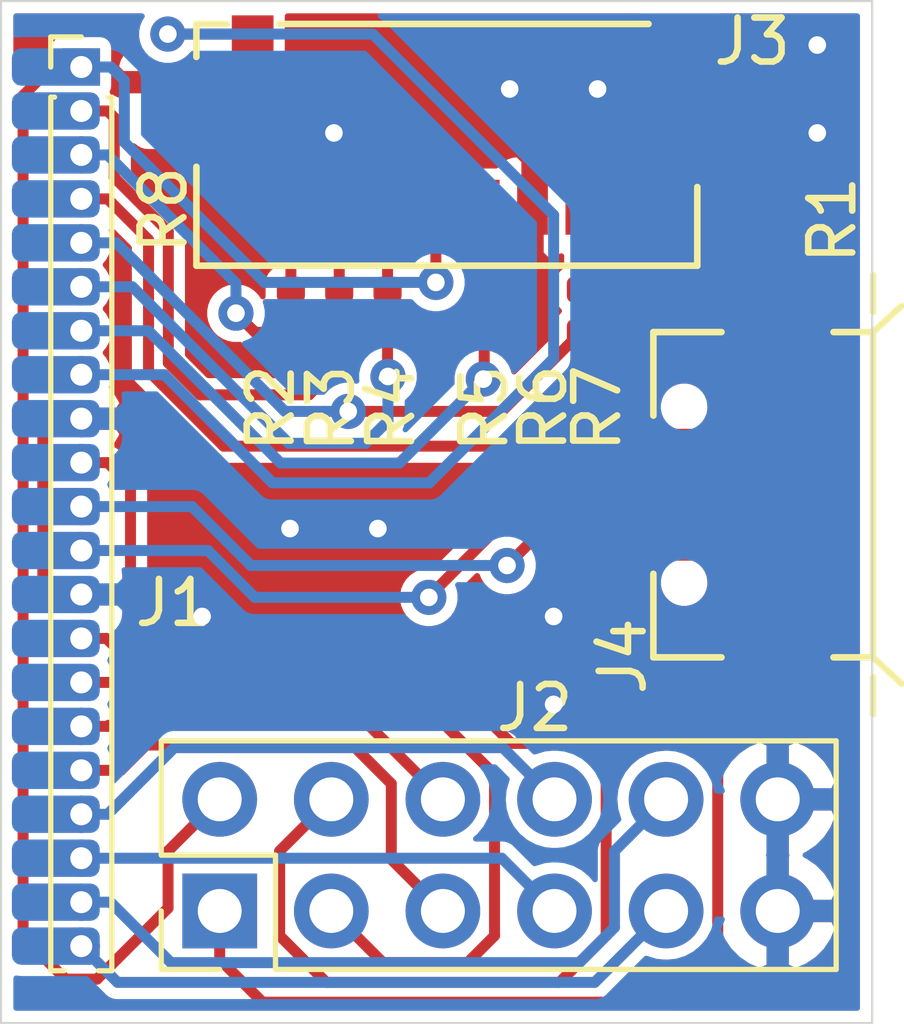
<source format=kicad_pcb>
(kicad_pcb (version 20171130) (host pcbnew 5.1.2+dfsg1-1)

  (general
    (thickness 1.6)
    (drawings 4)
    (tracks 186)
    (zones 0)
    (modules 12)
    (nets 29)
  )

  (page A4)
  (layers
    (0 F.Cu signal)
    (31 B.Cu signal)
    (32 B.Adhes user)
    (33 F.Adhes user)
    (34 B.Paste user)
    (35 F.Paste user)
    (36 B.SilkS user)
    (37 F.SilkS user)
    (38 B.Mask user)
    (39 F.Mask user)
    (40 Dwgs.User user)
    (41 Cmts.User user)
    (42 Eco1.User user)
    (43 Eco2.User user)
    (44 Edge.Cuts user)
    (45 Margin user)
    (46 B.CrtYd user)
    (47 F.CrtYd user)
    (48 B.Fab user)
    (49 F.Fab user)
  )

  (setup
    (last_trace_width 0.25)
    (user_trace_width 0.5)
    (trace_clearance 0.2)
    (zone_clearance 0.254)
    (zone_45_only no)
    (trace_min 0.2)
    (via_size 0.8)
    (via_drill 0.4)
    (via_min_size 0.4)
    (via_min_drill 0.3)
    (uvia_size 0.3)
    (uvia_drill 0.1)
    (uvias_allowed no)
    (uvia_min_size 0.2)
    (uvia_min_drill 0.1)
    (edge_width 0.05)
    (segment_width 0.2)
    (pcb_text_width 0.3)
    (pcb_text_size 1.5 1.5)
    (mod_edge_width 0.12)
    (mod_text_size 1 1)
    (mod_text_width 0.15)
    (pad_size 1.524 1.524)
    (pad_drill 0.762)
    (pad_to_mask_clearance 0.051)
    (solder_mask_min_width 0.25)
    (aux_axis_origin 0 0)
    (visible_elements FFFFFF7F)
    (pcbplotparams
      (layerselection 0x010fc_ffffffff)
      (usegerberextensions false)
      (usegerberattributes false)
      (usegerberadvancedattributes false)
      (creategerberjobfile false)
      (excludeedgelayer true)
      (linewidth 0.150000)
      (plotframeref false)
      (viasonmask false)
      (mode 1)
      (useauxorigin false)
      (hpglpennumber 1)
      (hpglpenspeed 20)
      (hpglpendiameter 15.000000)
      (psnegative false)
      (psa4output false)
      (plotreference true)
      (plotvalue true)
      (plotinvisibletext false)
      (padsonsilk false)
      (subtractmaskfromsilk false)
      (outputformat 1)
      (mirror false)
      (drillshape 0)
      (scaleselection 1)
      (outputdirectory "gerbers/"))
  )

  (net 0 "")
  (net 1 /sr_io8)
  (net 2 /sr_io9)
  (net 3 /sr_io10)
  (net 4 /sr_io11)
  (net 5 /sr_io12)
  (net 6 /sr_io13)
  (net 7 /sr_io14)
  (net 8 /sr_io15)
  (net 9 GND)
  (net 10 /usb_dp)
  (net 11 /usb_dm)
  (net 12 +5V)
  (net 13 /pm_sd_cdz)
  (net 14 /sd_clk)
  (net 15 /sd_cmd)
  (net 16 /sd_d0)
  (net 17 /sd_d1)
  (net 18 /sd_d2)
  (net 19 /sd_d3)
  (net 20 +3V3)
  (net 21 "Net-(J3-Pad11)")
  (net 22 "Net-(J3-Pad1)")
  (net 23 "Net-(J3-Pad2)")
  (net 24 "Net-(J3-Pad3)")
  (net 25 "Net-(J3-Pad5)")
  (net 26 "Net-(J3-Pad7)")
  (net 27 "Net-(J3-Pad8)")
  (net 28 "Net-(J4-Pad6)")

  (net_class Default "This is the default net class."
    (clearance 0.2)
    (trace_width 0.25)
    (via_dia 0.8)
    (via_drill 0.4)
    (uvia_dia 0.3)
    (uvia_drill 0.1)
    (add_net +3V3)
    (add_net +5V)
    (add_net /pm_sd_cdz)
    (add_net /sd_clk)
    (add_net /sd_cmd)
    (add_net /sd_d0)
    (add_net /sd_d1)
    (add_net /sd_d2)
    (add_net /sd_d3)
    (add_net /sr_io10)
    (add_net /sr_io11)
    (add_net /sr_io12)
    (add_net /sr_io13)
    (add_net /sr_io14)
    (add_net /sr_io15)
    (add_net /sr_io8)
    (add_net /sr_io9)
    (add_net /usb_dm)
    (add_net /usb_dp)
    (add_net GND)
    (add_net "Net-(J3-Pad1)")
    (add_net "Net-(J3-Pad11)")
    (add_net "Net-(J3-Pad2)")
    (add_net "Net-(J3-Pad3)")
    (add_net "Net-(J3-Pad5)")
    (add_net "Net-(J3-Pad7)")
    (add_net "Net-(J3-Pad8)")
    (add_net "Net-(J4-Pad6)")
  )

  (module sdsocket:47309-2651 (layer F.Cu) (tedit 5D27193A) (tstamp 5D26D1DF)
    (at 159.27 83.52 180)
    (path /5D2709ED)
    (fp_text reference J3 (at -1.25 -0.4) (layer F.SilkS)
      (effects (font (size 1 1) (thickness 0.15)))
    )
    (fp_text value Micro_SD_Card_Det (at -11.99 -7.67) (layer F.Fab) hide
      (effects (font (size 1 1) (thickness 0.15)))
    )
    (fp_line (start 9.51 0) (end 1.11 0) (layer F.SilkS) (width 0.15))
    (fp_line (start 11.4 0) (end 10.71 0) (layer F.SilkS) (width 0.15))
    (fp_line (start 11.4 0) (end 11.4 -0.75) (layer F.SilkS) (width 0.15))
    (fp_line (start 0 -5.5) (end 0 -3.71) (layer F.SilkS) (width 0.15))
    (fp_line (start 11.4 -5.5) (end 11.4 -3.25) (layer F.SilkS) (width 0.15))
    (fp_line (start 0 -5.5) (end 11.4 -5.5) (layer F.SilkS) (width 0.15))
    (pad 12 smd rect (at 0.4 -1.7 180) (size 1.2 3.79) (layers F.Cu F.Paste F.Mask))
    (pad 11 smd rect (at 10.87 -2.45 180) (size 1.45 1.4) (layers F.Cu F.Paste F.Mask)
      (net 21 "Net-(J3-Pad11)"))
    (pad 10 smd rect (at 10.12 -0.23 180) (size 0.95 0.85) (layers F.Cu F.Paste F.Mask)
      (net 13 /pm_sd_cdz))
    (pad 9 smd rect (at 11.1 -1.2 180) (size 1 0.6) (layers F.Cu F.Paste F.Mask)
      (net 9 GND))
    (pad 8 smd rect (at 1.55 -4.17 180) (size 0.7 1.25) (layers F.Cu F.Paste F.Mask)
      (net 27 "Net-(J3-Pad8)"))
    (pad 7 smd rect (at 2.65 -4.17 180) (size 0.7 1.25) (layers F.Cu F.Paste F.Mask)
      (net 26 "Net-(J3-Pad7)"))
    (pad 6 smd rect (at 3.75 -4.17 180) (size 0.7 1.25) (layers F.Cu F.Paste F.Mask)
      (net 9 GND))
    (pad 5 smd rect (at 4.85 -4.17 180) (size 0.7 1.25) (layers F.Cu F.Paste F.Mask)
      (net 25 "Net-(J3-Pad5)"))
    (pad 4 smd rect (at 5.95 -4.17 180) (size 0.7 1.25) (layers F.Cu F.Paste F.Mask)
      (net 20 +3V3))
    (pad 3 smd rect (at 7.05 -4.17 180) (size 0.7 1.25) (layers F.Cu F.Paste F.Mask)
      (net 24 "Net-(J3-Pad3)"))
    (pad 2 smd rect (at 8.15 -4.17 180) (size 0.7 1.25) (layers F.Cu F.Paste F.Mask)
      (net 23 "Net-(J3-Pad2)"))
    (pad 1 smd rect (at 9.25 -4.17 180) (size 0.7 1.25) (layers F.Cu F.Paste F.Mask)
      (net 22 "Net-(J3-Pad1)"))
  )

  (module edgeconnector:breadbee_1mm_header_connector (layer F.Cu) (tedit 5D26D9AB) (tstamp 5D2642CF)
    (at 145.25 84.5)
    (path /5D25EE14)
    (fp_text reference J1 (at 2.1 12.19) (layer F.SilkS)
      (effects (font (size 1 1) (thickness 0.15)))
    )
    (fp_text value Conn_01x21 (at 0 21.92) (layer F.Fab) hide
      (effects (font (size 1 1) (thickness 0.15)))
    )
    (fp_line (start 1.15 21) (end -1.7 21) (layer F.CrtYd) (width 0.05))
    (fp_line (start -1.7 21) (end -1.7 -1) (layer F.CrtYd) (width 0.05))
    (fp_line (start 1.15 -1) (end -1.7 -1) (layer F.CrtYd) (width 0.05))
    (fp_line (start -0.3175 -0.5) (end 0.635 -0.5) (layer F.Fab) (width 0.1))
    (fp_line (start 0.635 -0.5) (end 0.635 20.5) (layer F.Fab) (width 0.1))
    (fp_line (start 0.635 20.5) (end -0.635 20.5) (layer F.Fab) (width 0.1))
    (fp_line (start -0.635 20.5) (end -0.635 -0.1825) (layer F.Fab) (width 0.1))
    (fp_line (start -0.635 -0.1825) (end -0.3175 -0.5) (layer F.Fab) (width 0.1))
    (fp_line (start -0.695 20.56) (end -0.394493 20.56) (layer F.SilkS) (width 0.12))
    (fp_line (start 0.394493 20.56) (end 0.695 20.56) (layer F.SilkS) (width 0.12))
    (fp_line (start -0.695 0.685) (end -0.695 20.56) (layer F.SilkS) (width 0.12))
    (fp_line (start 0.695 0.685) (end 0.695 20.56) (layer F.SilkS) (width 0.12))
    (fp_line (start -0.695 0.685) (end -0.608276 0.685) (layer F.SilkS) (width 0.12))
    (fp_line (start 0.608276 0.685) (end 0.695 0.685) (layer F.SilkS) (width 0.12))
    (fp_line (start -0.695 0) (end -0.695 -0.685) (layer F.SilkS) (width 0.12))
    (fp_line (start -0.695 -0.685) (end 0 -0.685) (layer F.SilkS) (width 0.12))
    (fp_line (start 1.15 21) (end 1.15 -1) (layer F.CrtYd) (width 0.05))
    (fp_text user %R (at 0 10 90) (layer F.Fab)
      (effects (font (size 0.76 0.76) (thickness 0.114)))
    )
    (pad 21 smd roundrect (at -0.58 20) (size 2 0.85) (layers B.Cu B.Paste B.Mask) (roundrect_rratio 0.25)
      (net 1 /sr_io8))
    (pad 20 smd roundrect (at -0.58 19) (size 2 0.85) (layers B.Cu B.Paste B.Mask) (roundrect_rratio 0.25)
      (net 2 /sr_io9))
    (pad 19 smd roundrect (at -0.58 18) (size 2 0.85) (layers B.Cu B.Paste B.Mask) (roundrect_rratio 0.25)
      (net 3 /sr_io10))
    (pad 18 smd roundrect (at -0.58 17) (size 2 0.85) (layers B.Cu B.Paste B.Mask) (roundrect_rratio 0.25)
      (net 4 /sr_io11))
    (pad 17 smd roundrect (at -0.58 16) (size 2 0.85) (layers B.Cu B.Paste B.Mask) (roundrect_rratio 0.25)
      (net 5 /sr_io12))
    (pad 16 smd roundrect (at -0.58 15) (size 2 0.85) (layers B.Cu B.Paste B.Mask) (roundrect_rratio 0.25)
      (net 6 /sr_io13))
    (pad 15 smd roundrect (at -0.58 14) (size 2 0.85) (layers B.Cu B.Paste B.Mask) (roundrect_rratio 0.25)
      (net 7 /sr_io14))
    (pad 14 smd roundrect (at -0.58 13) (size 2 0.85) (layers B.Cu B.Paste B.Mask) (roundrect_rratio 0.25)
      (net 8 /sr_io15))
    (pad 13 smd roundrect (at -0.58 12) (size 2 0.85) (layers B.Cu B.Paste B.Mask) (roundrect_rratio 0.25)
      (net 9 GND))
    (pad 12 smd roundrect (at -0.58 11) (size 2 0.85) (layers B.Cu B.Paste B.Mask) (roundrect_rratio 0.25)
      (net 10 /usb_dp))
    (pad 11 smd roundrect (at -0.58 10) (size 2 0.85) (layers B.Cu B.Paste B.Mask) (roundrect_rratio 0.25)
      (net 11 /usb_dm))
    (pad 10 smd roundrect (at -0.58 9) (size 2 0.85) (layers B.Cu B.Paste B.Mask) (roundrect_rratio 0.25)
      (net 12 +5V))
    (pad 9 smd roundrect (at -0.58 8) (size 2 0.85) (layers B.Cu B.Paste B.Mask) (roundrect_rratio 0.25)
      (net 9 GND))
    (pad 8 smd roundrect (at -0.58 7) (size 2 0.85) (layers B.Cu B.Paste B.Mask) (roundrect_rratio 0.25)
      (net 13 /pm_sd_cdz))
    (pad 7 smd roundrect (at -0.58 6) (size 2 0.85) (layers B.Cu B.Paste B.Mask) (roundrect_rratio 0.25)
      (net 14 /sd_clk))
    (pad 6 smd roundrect (at -0.58 5) (size 2 0.85) (layers B.Cu B.Paste B.Mask) (roundrect_rratio 0.25)
      (net 15 /sd_cmd))
    (pad 5 smd roundrect (at -0.58 4) (size 2 0.85) (layers B.Cu B.Paste B.Mask) (roundrect_rratio 0.25)
      (net 16 /sd_d0))
    (pad 4 smd roundrect (at -0.58 3) (size 2 0.85) (layers B.Cu B.Paste B.Mask) (roundrect_rratio 0.25)
      (net 17 /sd_d1))
    (pad 3 smd roundrect (at -0.58 2) (size 2 0.85) (layers B.Cu B.Paste B.Mask) (roundrect_rratio 0.25)
      (net 18 /sd_d2))
    (pad 2 smd roundrect (at -0.58 1) (size 2 0.85) (layers B.Cu B.Paste B.Mask) (roundrect_rratio 0.25)
      (net 19 /sd_d3))
    (pad 1 smd roundrect (at -0.58 0) (size 2 0.85) (layers B.Cu B.Paste B.Mask) (roundrect_rratio 0.25)
      (net 20 +3V3))
    (pad 1 thru_hole rect (at 0 0) (size 0.85 0.85) (drill 0.5) (layers *.Cu F.Mask)
      (net 20 +3V3))
    (pad 2 thru_hole oval (at 0 1) (size 0.85 0.85) (drill 0.5) (layers *.Cu F.Mask)
      (net 19 /sd_d3))
    (pad 3 thru_hole oval (at 0 2) (size 0.85 0.85) (drill 0.5) (layers *.Cu F.Mask)
      (net 18 /sd_d2))
    (pad 4 thru_hole oval (at 0 3) (size 0.85 0.85) (drill 0.5) (layers *.Cu F.Mask)
      (net 17 /sd_d1))
    (pad 5 thru_hole oval (at 0 4) (size 0.85 0.85) (drill 0.5) (layers *.Cu F.Mask)
      (net 16 /sd_d0))
    (pad 6 thru_hole oval (at 0 5) (size 0.85 0.85) (drill 0.5) (layers *.Cu F.Mask)
      (net 15 /sd_cmd))
    (pad 7 thru_hole oval (at 0 6) (size 0.85 0.85) (drill 0.5) (layers *.Cu F.Mask)
      (net 14 /sd_clk))
    (pad 8 thru_hole oval (at 0 7) (size 0.85 0.85) (drill 0.5) (layers *.Cu F.Mask)
      (net 13 /pm_sd_cdz))
    (pad 9 thru_hole oval (at 0 8) (size 0.85 0.85) (drill 0.5) (layers *.Cu F.Mask)
      (net 9 GND))
    (pad 10 thru_hole oval (at 0 9) (size 0.85 0.85) (drill 0.5) (layers *.Cu F.Mask)
      (net 12 +5V))
    (pad 11 thru_hole oval (at 0 10) (size 0.85 0.85) (drill 0.5) (layers *.Cu F.Mask)
      (net 11 /usb_dm))
    (pad 12 thru_hole oval (at 0 11) (size 0.85 0.85) (drill 0.5) (layers *.Cu F.Mask)
      (net 10 /usb_dp))
    (pad 13 thru_hole oval (at 0 12) (size 0.85 0.85) (drill 0.5) (layers *.Cu F.Mask)
      (net 9 GND))
    (pad 14 thru_hole oval (at 0 13) (size 0.85 0.85) (drill 0.5) (layers *.Cu F.Mask)
      (net 8 /sr_io15))
    (pad 15 thru_hole oval (at 0 14) (size 0.85 0.85) (drill 0.5) (layers *.Cu F.Mask)
      (net 7 /sr_io14))
    (pad 16 thru_hole oval (at 0 15) (size 0.85 0.85) (drill 0.5) (layers *.Cu F.Mask)
      (net 6 /sr_io13))
    (pad 17 thru_hole oval (at 0 16) (size 0.85 0.85) (drill 0.5) (layers *.Cu F.Mask)
      (net 5 /sr_io12))
    (pad 18 thru_hole oval (at 0 17) (size 0.85 0.85) (drill 0.5) (layers *.Cu F.Mask)
      (net 4 /sr_io11))
    (pad 19 thru_hole oval (at 0 18) (size 0.85 0.85) (drill 0.5) (layers *.Cu F.Mask)
      (net 3 /sr_io10))
    (pad 20 thru_hole oval (at 0 19) (size 0.85 0.85) (drill 0.5) (layers *.Cu F.Mask)
      (net 2 /sr_io9))
    (pad 21 thru_hole oval (at 0 20) (size 0.85 0.85) (drill 0.5) (layers *.Cu F.Mask)
      (net 1 /sr_io8))
    (model ${KISYS3DMOD}/Connector_PinHeader_1.00mm.3dshapes/PinHeader_1x21_P1.00mm_Vertical.wrl
      (at (xyz 0 0 0))
      (scale (xyz 1 1 1))
      (rotate (xyz 0 0 0))
    )
  )

  (module Connector_PinHeader_2.54mm:PinHeader_2x06_P2.54mm_Vertical (layer F.Cu) (tedit 59FED5CC) (tstamp 5D26D18C)
    (at 148.4 103.7 90)
    (descr "Through hole straight pin header, 2x06, 2.54mm pitch, double rows")
    (tags "Through hole pin header THT 2x06 2.54mm double row")
    (path /5D376867)
    (fp_text reference J2 (at 4.62 7.17 180) (layer F.SilkS)
      (effects (font (size 1 1) (thickness 0.15)))
    )
    (fp_text value Conn_02x06_Odd_Even (at 1.27 15.03 90) (layer F.Fab) hide
      (effects (font (size 1 1) (thickness 0.15)))
    )
    (fp_text user %R (at 1.27 6.35) (layer F.Fab) hide
      (effects (font (size 1 1) (thickness 0.15)))
    )
    (fp_line (start 4.35 -1.8) (end -1.8 -1.8) (layer F.CrtYd) (width 0.05))
    (fp_line (start 4.35 14.5) (end 4.35 -1.8) (layer F.CrtYd) (width 0.05))
    (fp_line (start -1.8 14.5) (end 4.35 14.5) (layer F.CrtYd) (width 0.05))
    (fp_line (start -1.8 -1.8) (end -1.8 14.5) (layer F.CrtYd) (width 0.05))
    (fp_line (start -1.33 -1.33) (end 0 -1.33) (layer F.SilkS) (width 0.12))
    (fp_line (start -1.33 0) (end -1.33 -1.33) (layer F.SilkS) (width 0.12))
    (fp_line (start 1.27 -1.33) (end 3.87 -1.33) (layer F.SilkS) (width 0.12))
    (fp_line (start 1.27 1.27) (end 1.27 -1.33) (layer F.SilkS) (width 0.12))
    (fp_line (start -1.33 1.27) (end 1.27 1.27) (layer F.SilkS) (width 0.12))
    (fp_line (start 3.87 -1.33) (end 3.87 14.03) (layer F.SilkS) (width 0.12))
    (fp_line (start -1.33 1.27) (end -1.33 14.03) (layer F.SilkS) (width 0.12))
    (fp_line (start -1.33 14.03) (end 3.87 14.03) (layer F.SilkS) (width 0.12))
    (fp_line (start -1.27 0) (end 0 -1.27) (layer F.Fab) (width 0.1))
    (fp_line (start -1.27 13.97) (end -1.27 0) (layer F.Fab) (width 0.1))
    (fp_line (start 3.81 13.97) (end -1.27 13.97) (layer F.Fab) (width 0.1))
    (fp_line (start 3.81 -1.27) (end 3.81 13.97) (layer F.Fab) (width 0.1))
    (fp_line (start 0 -1.27) (end 3.81 -1.27) (layer F.Fab) (width 0.1))
    (pad 12 thru_hole oval (at 2.54 12.7 90) (size 1.7 1.7) (drill 1) (layers *.Cu *.Mask)
      (net 9 GND))
    (pad 11 thru_hole oval (at 0 12.7 90) (size 1.7 1.7) (drill 1) (layers *.Cu *.Mask)
      (net 9 GND))
    (pad 10 thru_hole oval (at 2.54 10.16 90) (size 1.7 1.7) (drill 1) (layers *.Cu *.Mask)
      (net 2 /sr_io9))
    (pad 9 thru_hole oval (at 0 10.16 90) (size 1.7 1.7) (drill 1) (layers *.Cu *.Mask)
      (net 1 /sr_io8))
    (pad 8 thru_hole oval (at 2.54 7.62 90) (size 1.7 1.7) (drill 1) (layers *.Cu *.Mask)
      (net 4 /sr_io11))
    (pad 7 thru_hole oval (at 0 7.62 90) (size 1.7 1.7) (drill 1) (layers *.Cu *.Mask)
      (net 3 /sr_io10))
    (pad 6 thru_hole oval (at 2.54 5.08 90) (size 1.7 1.7) (drill 1) (layers *.Cu *.Mask)
      (net 6 /sr_io13))
    (pad 5 thru_hole oval (at 0 5.08 90) (size 1.7 1.7) (drill 1) (layers *.Cu *.Mask)
      (net 5 /sr_io12))
    (pad 4 thru_hole oval (at 2.54 2.54 90) (size 1.7 1.7) (drill 1) (layers *.Cu *.Mask)
      (net 8 /sr_io15))
    (pad 3 thru_hole oval (at 0 2.54 90) (size 1.7 1.7) (drill 1) (layers *.Cu *.Mask)
      (net 7 /sr_io14))
    (pad 2 thru_hole oval (at 2.54 0 90) (size 1.7 1.7) (drill 1) (layers *.Cu *.Mask)
      (net 20 +3V3))
    (pad 1 thru_hole rect (at 0 0 90) (size 1.7 1.7) (drill 1) (layers *.Cu *.Mask)
      (net 12 +5V))
    (model ${KISYS3DMOD}/Connector_PinHeader_2.54mm.3dshapes/PinHeader_2x06_P2.54mm_Vertical.wrl
      (at (xyz 0 0 0))
      (scale (xyz 1 1 1))
      (rotate (xyz 0 0 0))
    )
  )

  (module USB-MICRO-MK5P-2:USB-MICRO-B (layer F.Cu) (tedit 5C9B9E0A) (tstamp 5D27355C)
    (at 161.12 94.23 90)
    (path /5D307200)
    (attr smd)
    (fp_text reference J4 (at -3.675 -3.55 90) (layer F.SilkS)
      (effects (font (size 1 1) (thickness 0.15)))
    )
    (fp_text value USB_B_Micro (at 0 -5 90) (layer F.Fab) hide
      (effects (font (size 1 1) (thickness 0.15)))
    )
    (fp_line (start -4.15 2.15) (end -5 2.15) (layer F.SilkS) (width 0.15))
    (fp_line (start 4.15 2.15) (end 5 2.15) (layer F.SilkS) (width 0.15))
    (fp_line (start -3.7 2.15) (end -3.7 1.25) (layer F.SilkS) (width 0.15))
    (fp_line (start 3.7 2.15) (end 3.7 1.25) (layer F.SilkS) (width 0.15))
    (fp_line (start -3.7 -2.85) (end -3.7 -1.3) (layer F.SilkS) (width 0.15))
    (fp_line (start 3.7 -2.85) (end 3.7 -1.3) (layer F.SilkS) (width 0.15))
    (fp_line (start 1.8 -2.85) (end 3.7 -2.85) (layer F.SilkS) (width 0.15))
    (fp_line (start -3.7 2.15) (end -4.3 2.8) (layer F.SilkS) (width 0.15))
    (fp_line (start 3.7 2.15) (end 4.3 2.8) (layer F.SilkS) (width 0.15))
    (fp_line (start -1.8 -2.85) (end -3.7 -2.85) (layer F.SilkS) (width 0.15))
    (fp_line (start -3.7 2.15) (end 3.7 2.15) (layer F.SilkS) (width 0.15))
    (pad 1 smd rect (at -1.3 -2.65 90) (size 0.4 1.4) (layers F.Cu F.Paste F.Mask)
      (net 12 +5V))
    (pad 2 smd rect (at -0.65 -2.65 90) (size 0.4 1.4) (layers F.Cu F.Paste F.Mask)
      (net 11 /usb_dm))
    (pad 3 smd rect (at 0 -2.65 90) (size 0.4 1.4) (layers F.Cu F.Paste F.Mask)
      (net 10 /usb_dp))
    (pad 4 smd rect (at 0.65 -2.65 90) (size 0.4 1.4) (layers F.Cu F.Paste F.Mask))
    (pad 5 smd rect (at 1.3 -2.65 90) (size 0.4 1.4) (layers F.Cu F.Paste F.Mask)
      (net 9 GND))
    (pad 6 smd rect (at -4 0 90) (size 1.9 1.9) (layers F.Cu F.Paste F.Mask)
      (net 28 "Net-(J4-Pad6)") (solder_paste_margin_ratio -0.1))
    (pad 6 smd rect (at -1.2 0 90) (size 1.9 1.9) (layers F.Cu F.Paste F.Mask)
      (net 28 "Net-(J4-Pad6)") (solder_paste_margin_ratio -0.1))
    (pad 6 smd rect (at 1.2 0 90) (size 1.9 1.9) (layers F.Cu F.Paste F.Mask)
      (net 28 "Net-(J4-Pad6)") (solder_paste_margin_ratio -0.1))
    (pad 6 smd rect (at 4 0 90) (size 1.9 1.9) (layers F.Cu F.Paste F.Mask)
      (net 28 "Net-(J4-Pad6)") (solder_paste_margin_ratio -0.1))
    (pad "" np_thru_hole circle (at -2 -2.15 90) (size 0.55 0.55) (drill 0.55) (layers *.Cu))
    (pad "" np_thru_hole circle (at 2 -2.15 90) (size 0.55 0.55) (drill 0.55) (layers *.Cu))
    (model ${KISYS3DMOD}/Connector_USB.3dshapes/USB_Micro-B_Molex_47346-0001.step
      (offset (xyz 0 1.5 0))
      (scale (xyz 1 1 1))
      (rotate (xyz 0 0 0))
    )
  )

  (module Resistor_SMD:R_0402_1005Metric (layer F.Cu) (tedit 5B301BBD) (tstamp 5D26D257)
    (at 146.94 85.33 270)
    (descr "Resistor SMD 0402 (1005 Metric), square (rectangular) end terminal, IPC_7351 nominal, (Body size source: http://www.tortai-tech.com/upload/download/2011102023233369053.pdf), generated with kicad-footprint-generator")
    (tags resistor)
    (path /5D308726)
    (attr smd)
    (fp_text reference R8 (at 2.42 -0.18 90) (layer F.SilkS)
      (effects (font (size 1 1) (thickness 0.15)))
    )
    (fp_text value R (at 0 1.17 90) (layer F.Fab) hide
      (effects (font (size 1 1) (thickness 0.15)))
    )
    (fp_text user %R (at 0 0 90) (layer F.Fab)
      (effects (font (size 0.25 0.25) (thickness 0.04)))
    )
    (fp_line (start 0.93 0.47) (end -0.93 0.47) (layer F.CrtYd) (width 0.05))
    (fp_line (start 0.93 -0.47) (end 0.93 0.47) (layer F.CrtYd) (width 0.05))
    (fp_line (start -0.93 -0.47) (end 0.93 -0.47) (layer F.CrtYd) (width 0.05))
    (fp_line (start -0.93 0.47) (end -0.93 -0.47) (layer F.CrtYd) (width 0.05))
    (fp_line (start 0.5 0.25) (end -0.5 0.25) (layer F.Fab) (width 0.1))
    (fp_line (start 0.5 -0.25) (end 0.5 0.25) (layer F.Fab) (width 0.1))
    (fp_line (start -0.5 -0.25) (end 0.5 -0.25) (layer F.Fab) (width 0.1))
    (fp_line (start -0.5 0.25) (end -0.5 -0.25) (layer F.Fab) (width 0.1))
    (pad 2 smd roundrect (at 0.485 0 270) (size 0.59 0.64) (layers F.Cu F.Paste F.Mask) (roundrect_rratio 0.25)
      (net 21 "Net-(J3-Pad11)"))
    (pad 1 smd roundrect (at -0.485 0 270) (size 0.59 0.64) (layers F.Cu F.Paste F.Mask) (roundrect_rratio 0.25)
      (net 9 GND))
    (model ${KISYS3DMOD}/Resistor_SMD.3dshapes/R_0402_1005Metric.wrl
      (at (xyz 0 0 0))
      (scale (xyz 1 1 1))
      (rotate (xyz 0 0 0))
    )
  )

  (module Resistor_SMD:R_0402_1005Metric (layer F.Cu) (tedit 5B301BBD) (tstamp 5D26D248)
    (at 157.72 90.05 270)
    (descr "Resistor SMD 0402 (1005 Metric), square (rectangular) end terminal, IPC_7351 nominal, (Body size source: http://www.tortai-tech.com/upload/download/2011102023233369053.pdf), generated with kicad-footprint-generator")
    (tags resistor)
    (path /5D2EDEB5)
    (attr smd)
    (fp_text reference R7 (at 2.21 0.73 90) (layer F.SilkS)
      (effects (font (size 1 1) (thickness 0.15)))
    )
    (fp_text value R (at 0 1.17 90) (layer F.Fab) hide
      (effects (font (size 1 1) (thickness 0.15)))
    )
    (fp_text user %R (at 0 0 90) (layer F.Fab)
      (effects (font (size 0.25 0.25) (thickness 0.04)))
    )
    (fp_line (start 0.93 0.47) (end -0.93 0.47) (layer F.CrtYd) (width 0.05))
    (fp_line (start 0.93 -0.47) (end 0.93 0.47) (layer F.CrtYd) (width 0.05))
    (fp_line (start -0.93 -0.47) (end 0.93 -0.47) (layer F.CrtYd) (width 0.05))
    (fp_line (start -0.93 0.47) (end -0.93 -0.47) (layer F.CrtYd) (width 0.05))
    (fp_line (start 0.5 0.25) (end -0.5 0.25) (layer F.Fab) (width 0.1))
    (fp_line (start 0.5 -0.25) (end 0.5 0.25) (layer F.Fab) (width 0.1))
    (fp_line (start -0.5 -0.25) (end 0.5 -0.25) (layer F.Fab) (width 0.1))
    (fp_line (start -0.5 0.25) (end -0.5 -0.25) (layer F.Fab) (width 0.1))
    (pad 2 smd roundrect (at 0.485 0 270) (size 0.59 0.64) (layers F.Cu F.Paste F.Mask) (roundrect_rratio 0.25)
      (net 17 /sd_d1))
    (pad 1 smd roundrect (at -0.485 0 270) (size 0.59 0.64) (layers F.Cu F.Paste F.Mask) (roundrect_rratio 0.25)
      (net 27 "Net-(J3-Pad8)"))
    (model ${KISYS3DMOD}/Resistor_SMD.3dshapes/R_0402_1005Metric.wrl
      (at (xyz 0 0 0))
      (scale (xyz 1 1 1))
      (rotate (xyz 0 0 0))
    )
  )

  (module Resistor_SMD:R_0402_1005Metric (layer F.Cu) (tedit 5B301BBD) (tstamp 5D26D239)
    (at 156.62 90.05 270)
    (descr "Resistor SMD 0402 (1005 Metric), square (rectangular) end terminal, IPC_7351 nominal, (Body size source: http://www.tortai-tech.com/upload/download/2011102023233369053.pdf), generated with kicad-footprint-generator")
    (tags resistor)
    (path /5D2ED6A2)
    (attr smd)
    (fp_text reference R6 (at 2.21 0.86 90) (layer F.SilkS)
      (effects (font (size 1 1) (thickness 0.15)))
    )
    (fp_text value R (at 0 1.17 90) (layer F.Fab) hide
      (effects (font (size 1 1) (thickness 0.15)))
    )
    (fp_text user %R (at 0 0 90) (layer F.Fab)
      (effects (font (size 0.25 0.25) (thickness 0.04)))
    )
    (fp_line (start 0.93 0.47) (end -0.93 0.47) (layer F.CrtYd) (width 0.05))
    (fp_line (start 0.93 -0.47) (end 0.93 0.47) (layer F.CrtYd) (width 0.05))
    (fp_line (start -0.93 -0.47) (end 0.93 -0.47) (layer F.CrtYd) (width 0.05))
    (fp_line (start -0.93 0.47) (end -0.93 -0.47) (layer F.CrtYd) (width 0.05))
    (fp_line (start 0.5 0.25) (end -0.5 0.25) (layer F.Fab) (width 0.1))
    (fp_line (start 0.5 -0.25) (end 0.5 0.25) (layer F.Fab) (width 0.1))
    (fp_line (start -0.5 -0.25) (end 0.5 -0.25) (layer F.Fab) (width 0.1))
    (fp_line (start -0.5 0.25) (end -0.5 -0.25) (layer F.Fab) (width 0.1))
    (pad 2 smd roundrect (at 0.485 0 270) (size 0.59 0.64) (layers F.Cu F.Paste F.Mask) (roundrect_rratio 0.25)
      (net 16 /sd_d0))
    (pad 1 smd roundrect (at -0.485 0 270) (size 0.59 0.64) (layers F.Cu F.Paste F.Mask) (roundrect_rratio 0.25)
      (net 26 "Net-(J3-Pad7)"))
    (model ${KISYS3DMOD}/Resistor_SMD.3dshapes/R_0402_1005Metric.wrl
      (at (xyz 0 0 0))
      (scale (xyz 1 1 1))
      (rotate (xyz 0 0 0))
    )
  )

  (module Resistor_SMD:R_0402_1005Metric (layer F.Cu) (tedit 5B301BBD) (tstamp 5D26D22A)
    (at 154.42 90.05 270)
    (descr "Resistor SMD 0402 (1005 Metric), square (rectangular) end terminal, IPC_7351 nominal, (Body size source: http://www.tortai-tech.com/upload/download/2011102023233369053.pdf), generated with kicad-footprint-generator")
    (tags resistor)
    (path /5D2E5CC7)
    (attr smd)
    (fp_text reference R5 (at 2.22 0 90) (layer F.SilkS)
      (effects (font (size 1 1) (thickness 0.15)))
    )
    (fp_text value R (at 0 1.17 90) (layer F.Fab) hide
      (effects (font (size 1 1) (thickness 0.15)))
    )
    (fp_text user %R (at 0 0 90) (layer F.Fab)
      (effects (font (size 0.25 0.25) (thickness 0.04)))
    )
    (fp_line (start 0.93 0.47) (end -0.93 0.47) (layer F.CrtYd) (width 0.05))
    (fp_line (start 0.93 -0.47) (end 0.93 0.47) (layer F.CrtYd) (width 0.05))
    (fp_line (start -0.93 -0.47) (end 0.93 -0.47) (layer F.CrtYd) (width 0.05))
    (fp_line (start -0.93 0.47) (end -0.93 -0.47) (layer F.CrtYd) (width 0.05))
    (fp_line (start 0.5 0.25) (end -0.5 0.25) (layer F.Fab) (width 0.1))
    (fp_line (start 0.5 -0.25) (end 0.5 0.25) (layer F.Fab) (width 0.1))
    (fp_line (start -0.5 -0.25) (end 0.5 -0.25) (layer F.Fab) (width 0.1))
    (fp_line (start -0.5 0.25) (end -0.5 -0.25) (layer F.Fab) (width 0.1))
    (pad 2 smd roundrect (at 0.485 0 270) (size 0.59 0.64) (layers F.Cu F.Paste F.Mask) (roundrect_rratio 0.25)
      (net 14 /sd_clk))
    (pad 1 smd roundrect (at -0.485 0 270) (size 0.59 0.64) (layers F.Cu F.Paste F.Mask) (roundrect_rratio 0.25)
      (net 25 "Net-(J3-Pad5)"))
    (model ${KISYS3DMOD}/Resistor_SMD.3dshapes/R_0402_1005Metric.wrl
      (at (xyz 0 0 0))
      (scale (xyz 1 1 1))
      (rotate (xyz 0 0 0))
    )
  )

  (module Resistor_SMD:R_0402_1005Metric (layer F.Cu) (tedit 5B301BBD) (tstamp 5D26D21B)
    (at 152.22 90.05 270)
    (descr "Resistor SMD 0402 (1005 Metric), square (rectangular) end terminal, IPC_7351 nominal, (Body size source: http://www.tortai-tech.com/upload/download/2011102023233369053.pdf), generated with kicad-footprint-generator")
    (tags resistor)
    (path /5D2D2903)
    (attr smd)
    (fp_text reference R4 (at 2.22 -0.08 90) (layer F.SilkS)
      (effects (font (size 1 1) (thickness 0.15)))
    )
    (fp_text value R (at 0 1.17 90) (layer F.Fab) hide
      (effects (font (size 1 1) (thickness 0.15)))
    )
    (fp_text user %R (at 0 0 90) (layer F.Fab)
      (effects (font (size 0.25 0.25) (thickness 0.04)))
    )
    (fp_line (start 0.93 0.47) (end -0.93 0.47) (layer F.CrtYd) (width 0.05))
    (fp_line (start 0.93 -0.47) (end 0.93 0.47) (layer F.CrtYd) (width 0.05))
    (fp_line (start -0.93 -0.47) (end 0.93 -0.47) (layer F.CrtYd) (width 0.05))
    (fp_line (start -0.93 0.47) (end -0.93 -0.47) (layer F.CrtYd) (width 0.05))
    (fp_line (start 0.5 0.25) (end -0.5 0.25) (layer F.Fab) (width 0.1))
    (fp_line (start 0.5 -0.25) (end 0.5 0.25) (layer F.Fab) (width 0.1))
    (fp_line (start -0.5 -0.25) (end 0.5 -0.25) (layer F.Fab) (width 0.1))
    (fp_line (start -0.5 0.25) (end -0.5 -0.25) (layer F.Fab) (width 0.1))
    (pad 2 smd roundrect (at 0.485 0 270) (size 0.59 0.64) (layers F.Cu F.Paste F.Mask) (roundrect_rratio 0.25)
      (net 15 /sd_cmd))
    (pad 1 smd roundrect (at -0.485 0 270) (size 0.59 0.64) (layers F.Cu F.Paste F.Mask) (roundrect_rratio 0.25)
      (net 24 "Net-(J3-Pad3)"))
    (model ${KISYS3DMOD}/Resistor_SMD.3dshapes/R_0402_1005Metric.wrl
      (at (xyz 0 0 0))
      (scale (xyz 1 1 1))
      (rotate (xyz 0 0 0))
    )
  )

  (module Resistor_SMD:R_0402_1005Metric (layer F.Cu) (tedit 5B301BBD) (tstamp 5D26E0E4)
    (at 151.12 90.05 270)
    (descr "Resistor SMD 0402 (1005 Metric), square (rectangular) end terminal, IPC_7351 nominal, (Body size source: http://www.tortai-tech.com/upload/download/2011102023233369053.pdf), generated with kicad-footprint-generator")
    (tags resistor)
    (path /5D2D0A93)
    (attr smd)
    (fp_text reference R3 (at 2.22 0.19 90) (layer F.SilkS)
      (effects (font (size 1 1) (thickness 0.15)))
    )
    (fp_text value R (at 0 1.17 90) (layer F.Fab) hide
      (effects (font (size 1 1) (thickness 0.15)))
    )
    (fp_text user %R (at 0 0 90) (layer F.Fab)
      (effects (font (size 0.25 0.25) (thickness 0.04)))
    )
    (fp_line (start 0.93 0.47) (end -0.93 0.47) (layer F.CrtYd) (width 0.05))
    (fp_line (start 0.93 -0.47) (end 0.93 0.47) (layer F.CrtYd) (width 0.05))
    (fp_line (start -0.93 -0.47) (end 0.93 -0.47) (layer F.CrtYd) (width 0.05))
    (fp_line (start -0.93 0.47) (end -0.93 -0.47) (layer F.CrtYd) (width 0.05))
    (fp_line (start 0.5 0.25) (end -0.5 0.25) (layer F.Fab) (width 0.1))
    (fp_line (start 0.5 -0.25) (end 0.5 0.25) (layer F.Fab) (width 0.1))
    (fp_line (start -0.5 -0.25) (end 0.5 -0.25) (layer F.Fab) (width 0.1))
    (fp_line (start -0.5 0.25) (end -0.5 -0.25) (layer F.Fab) (width 0.1))
    (pad 2 smd roundrect (at 0.485 0 270) (size 0.59 0.64) (layers F.Cu F.Paste F.Mask) (roundrect_rratio 0.25)
      (net 19 /sd_d3))
    (pad 1 smd roundrect (at -0.485 0 270) (size 0.59 0.64) (layers F.Cu F.Paste F.Mask) (roundrect_rratio 0.25)
      (net 23 "Net-(J3-Pad2)"))
    (model ${KISYS3DMOD}/Resistor_SMD.3dshapes/R_0402_1005Metric.wrl
      (at (xyz 0 0 0))
      (scale (xyz 1 1 1))
      (rotate (xyz 0 0 0))
    )
  )

  (module Resistor_SMD:R_0402_1005Metric (layer F.Cu) (tedit 5B301BBD) (tstamp 5D26D1FD)
    (at 150.02 90.05 270)
    (descr "Resistor SMD 0402 (1005 Metric), square (rectangular) end terminal, IPC_7351 nominal, (Body size source: http://www.tortai-tech.com/upload/download/2011102023233369053.pdf), generated with kicad-footprint-generator")
    (tags resistor)
    (path /5D2C9986)
    (attr smd)
    (fp_text reference R2 (at 2.21 0.46 90) (layer F.SilkS)
      (effects (font (size 1 1) (thickness 0.15)))
    )
    (fp_text value R (at 0 1.17 90) (layer F.Fab) hide
      (effects (font (size 1 1) (thickness 0.15)))
    )
    (fp_text user %R (at 0 0 90) (layer F.Fab)
      (effects (font (size 0.25 0.25) (thickness 0.04)))
    )
    (fp_line (start 0.93 0.47) (end -0.93 0.47) (layer F.CrtYd) (width 0.05))
    (fp_line (start 0.93 -0.47) (end 0.93 0.47) (layer F.CrtYd) (width 0.05))
    (fp_line (start -0.93 -0.47) (end 0.93 -0.47) (layer F.CrtYd) (width 0.05))
    (fp_line (start -0.93 0.47) (end -0.93 -0.47) (layer F.CrtYd) (width 0.05))
    (fp_line (start 0.5 0.25) (end -0.5 0.25) (layer F.Fab) (width 0.1))
    (fp_line (start 0.5 -0.25) (end 0.5 0.25) (layer F.Fab) (width 0.1))
    (fp_line (start -0.5 -0.25) (end 0.5 -0.25) (layer F.Fab) (width 0.1))
    (fp_line (start -0.5 0.25) (end -0.5 -0.25) (layer F.Fab) (width 0.1))
    (pad 2 smd roundrect (at 0.485 0 270) (size 0.59 0.64) (layers F.Cu F.Paste F.Mask) (roundrect_rratio 0.25)
      (net 18 /sd_d2))
    (pad 1 smd roundrect (at -0.485 0 270) (size 0.59 0.64) (layers F.Cu F.Paste F.Mask) (roundrect_rratio 0.25)
      (net 22 "Net-(J3-Pad1)"))
    (model ${KISYS3DMOD}/Resistor_SMD.3dshapes/R_0402_1005Metric.wrl
      (at (xyz 0 0 0))
      (scale (xyz 1 1 1))
      (rotate (xyz 0 0 0))
    )
  )

  (module Resistor_SMD:R_0402_1005Metric (layer F.Cu) (tedit 5B301BBD) (tstamp 5D26D1EE)
    (at 161.12 87.98 90)
    (descr "Resistor SMD 0402 (1005 Metric), square (rectangular) end terminal, IPC_7351 nominal, (Body size source: http://www.tortai-tech.com/upload/download/2011102023233369053.pdf), generated with kicad-footprint-generator")
    (tags resistor)
    (path /5D354D68)
    (attr smd)
    (fp_text reference R1 (at 0 1.22 90) (layer F.SilkS)
      (effects (font (size 1 1) (thickness 0.15)))
    )
    (fp_text value R (at 0 1.17 90) (layer F.Fab) hide
      (effects (font (size 1 1) (thickness 0.15)))
    )
    (fp_text user %R (at 0 0 90) (layer F.Fab)
      (effects (font (size 0.25 0.25) (thickness 0.04)))
    )
    (fp_line (start 0.93 0.47) (end -0.93 0.47) (layer F.CrtYd) (width 0.05))
    (fp_line (start 0.93 -0.47) (end 0.93 0.47) (layer F.CrtYd) (width 0.05))
    (fp_line (start -0.93 -0.47) (end 0.93 -0.47) (layer F.CrtYd) (width 0.05))
    (fp_line (start -0.93 0.47) (end -0.93 -0.47) (layer F.CrtYd) (width 0.05))
    (fp_line (start 0.5 0.25) (end -0.5 0.25) (layer F.Fab) (width 0.1))
    (fp_line (start 0.5 -0.25) (end 0.5 0.25) (layer F.Fab) (width 0.1))
    (fp_line (start -0.5 -0.25) (end 0.5 -0.25) (layer F.Fab) (width 0.1))
    (fp_line (start -0.5 0.25) (end -0.5 -0.25) (layer F.Fab) (width 0.1))
    (pad 2 smd roundrect (at 0.485 0 90) (size 0.59 0.64) (layers F.Cu F.Paste F.Mask) (roundrect_rratio 0.25)
      (net 9 GND))
    (pad 1 smd roundrect (at -0.485 0 90) (size 0.59 0.64) (layers F.Cu F.Paste F.Mask) (roundrect_rratio 0.25)
      (net 28 "Net-(J4-Pad6)"))
    (model ${KISYS3DMOD}/Resistor_SMD.3dshapes/R_0402_1005Metric.wrl
      (at (xyz 0 0 0))
      (scale (xyz 1 1 1))
      (rotate (xyz 0 0 0))
    )
  )

  (gr_line (start 143.425 106.25) (end 163.25 106.25) (layer Edge.Cuts) (width 0.05) (tstamp 5D279328))
  (gr_line (start 143.425 83) (end 163.25 83) (layer Edge.Cuts) (width 0.05) (tstamp 5D279323))
  (gr_line (start 143.425 106.25) (end 143.425 83) (layer Edge.Cuts) (width 0.05) (tstamp 5D2737B6))
  (gr_line (start 163.25 83) (end 163.25 106.25) (layer Edge.Cuts) (width 0.05))

  (segment (start 157.710001 104.549999) (end 158.56 103.7) (width 0.25) (layer B.Cu) (net 1) (status 30))
  (segment (start 146.075011 105.325011) (end 156.934989 105.325011) (width 0.25) (layer B.Cu) (net 1))
  (segment (start 156.934989 105.325011) (end 157.710001 104.549999) (width 0.25) (layer B.Cu) (net 1) (status 20))
  (segment (start 145.25 104.5) (end 146.075011 105.325011) (width 0.25) (layer B.Cu) (net 1) (status 10))
  (segment (start 157.384999 102.335001) (end 157.710001 102.009999) (width 0.25) (layer B.Cu) (net 2) (status 20))
  (segment (start 157.710001 102.009999) (end 158.56 101.16) (width 0.25) (layer B.Cu) (net 2) (status 30))
  (segment (start 157.384999 104.074003) (end 157.384999 102.335001) (width 0.25) (layer B.Cu) (net 2))
  (segment (start 156.584001 104.875001) (end 157.384999 104.074003) (width 0.25) (layer B.Cu) (net 2))
  (segment (start 147.289999 104.875001) (end 156.584001 104.875001) (width 0.25) (layer B.Cu) (net 2))
  (segment (start 145.914998 103.5) (end 147.289999 104.875001) (width 0.25) (layer B.Cu) (net 2))
  (segment (start 145.25 103.5) (end 145.914998 103.5) (width 0.25) (layer B.Cu) (net 2) (status 10))
  (segment (start 154.82 102.5) (end 145.25 102.5) (width 0.25) (layer B.Cu) (net 3) (status 20))
  (segment (start 156.02 103.7) (end 154.82 102.5) (width 0.25) (layer B.Cu) (net 3) (status 10))
  (segment (start 155.170001 100.310001) (end 156.02 101.16) (width 0.25) (layer B.Cu) (net 4) (status 30))
  (segment (start 154.844999 99.984999) (end 155.170001 100.310001) (width 0.25) (layer B.Cu) (net 4) (status 20))
  (segment (start 147.366041 99.984999) (end 154.844999 99.984999) (width 0.25) (layer B.Cu) (net 4))
  (segment (start 145.85104 101.5) (end 147.366041 99.984999) (width 0.25) (layer B.Cu) (net 4))
  (segment (start 145.25 101.5) (end 145.85104 101.5) (width 0.25) (layer B.Cu) (net 4) (status 10))
  (segment (start 152.630001 102.850001) (end 153.48 103.7) (width 0.25) (layer F.Cu) (net 5) (status 30))
  (segment (start 146.15 100.5) (end 146.724967 99.925033) (width 0.25) (layer F.Cu) (net 5))
  (segment (start 145.25 100.5) (end 146.15 100.5) (width 0.25) (layer F.Cu) (net 5) (status 10))
  (segment (start 152.304999 102.524999) (end 152.630001 102.850001) (width 0.25) (layer F.Cu) (net 5) (status 20))
  (segment (start 146.724967 99.925033) (end 151.425033 99.925033) (width 0.25) (layer F.Cu) (net 5))
  (segment (start 151.425033 99.925033) (end 152.304999 100.804999) (width 0.25) (layer F.Cu) (net 5))
  (segment (start 152.304999 100.804999) (end 152.304999 102.524999) (width 0.25) (layer F.Cu) (net 5))
  (segment (start 152.630001 100.310001) (end 153.48 101.16) (width 0.25) (layer F.Cu) (net 6) (status 30))
  (segment (start 151.795023 99.475023) (end 152.630001 100.310001) (width 0.25) (layer F.Cu) (net 6) (status 20))
  (segment (start 145.876017 99.475023) (end 151.795023 99.475023) (width 0.25) (layer F.Cu) (net 6))
  (segment (start 145.85104 99.5) (end 145.876017 99.475023) (width 0.25) (layer F.Cu) (net 6))
  (segment (start 145.25 99.5) (end 145.85104 99.5) (width 0.25) (layer F.Cu) (net 6) (status 10))
  (segment (start 152.115 104.875) (end 151.789999 104.549999) (width 0.25) (layer F.Cu) (net 7) (status 20))
  (segment (start 154.655001 100.595999) (end 154.655001 104.264001) (width 0.25) (layer F.Cu) (net 7))
  (segment (start 145.25 98.5) (end 146.18859 98.5) (width 0.25) (layer F.Cu) (net 7) (status 10))
  (segment (start 146.7136 99.025011) (end 153.084013 99.025011) (width 0.25) (layer F.Cu) (net 7))
  (segment (start 154.655001 104.264001) (end 154.044002 104.875) (width 0.25) (layer F.Cu) (net 7))
  (segment (start 146.18859 98.5) (end 146.7136 99.025011) (width 0.25) (layer F.Cu) (net 7))
  (segment (start 154.044002 104.875) (end 152.115 104.875) (width 0.25) (layer F.Cu) (net 7))
  (segment (start 153.084013 99.025011) (end 154.655001 100.595999) (width 0.25) (layer F.Cu) (net 7))
  (segment (start 151.789999 104.549999) (end 150.94 103.7) (width 0.25) (layer F.Cu) (net 7) (status 30))
  (segment (start 150.090001 102.009999) (end 150.94 101.16) (width 0.25) (layer F.Cu) (net 8) (status 30))
  (segment (start 149.764999 102.335001) (end 150.090001 102.009999) (width 0.25) (layer F.Cu) (net 8) (status 20))
  (segment (start 149.764999 104.264001) (end 149.764999 102.335001) (width 0.25) (layer F.Cu) (net 8))
  (segment (start 150.826009 105.325011) (end 149.764999 104.264001) (width 0.25) (layer F.Cu) (net 8))
  (segment (start 156.133991 105.325011) (end 150.826009 105.325011) (width 0.25) (layer F.Cu) (net 8))
  (segment (start 145.25 97.5) (end 145.825 97.5) (width 0.25) (layer F.Cu) (net 8) (status 10))
  (segment (start 157.195001 104.264001) (end 156.133991 105.325011) (width 0.25) (layer F.Cu) (net 8))
  (segment (start 157.195001 100.595999) (end 157.195001 104.264001) (width 0.25) (layer F.Cu) (net 8))
  (segment (start 145.825 97.5) (end 146.9 98.575) (width 0.25) (layer F.Cu) (net 8))
  (segment (start 146.9 98.575) (end 153.725 98.575) (width 0.25) (layer F.Cu) (net 8))
  (segment (start 153.725 98.575) (end 155.037999 99.887999) (width 0.25) (layer F.Cu) (net 8))
  (segment (start 155.037999 99.887999) (end 156.487001 99.887999) (width 0.25) (layer F.Cu) (net 8))
  (segment (start 156.487001 99.887999) (end 157.195001 100.595999) (width 0.25) (layer F.Cu) (net 8))
  (segment (start 161.1 101.16) (end 161.1 103.7) (width 0.25) (layer B.Cu) (net 9) (status 30))
  (segment (start 144.64896 96.5) (end 145.25 96.5) (width 0.25) (layer F.Cu) (net 9) (status 20))
  (segment (start 144.375 96.22604) (end 144.64896 96.5) (width 0.25) (layer F.Cu) (net 9))
  (segment (start 144.375 92.77396) (end 144.375 96.22604) (width 0.25) (layer F.Cu) (net 9))
  (segment (start 145.25 92.5) (end 144.64896 92.5) (width 0.25) (layer F.Cu) (net 9) (status 10))
  (segment (start 144.64896 92.5) (end 144.375 92.77396) (width 0.25) (layer F.Cu) (net 9))
  (via (at 162 84) (size 0.8) (drill 0.4) (layers F.Cu B.Cu) (net 9))
  (via (at 157 85) (size 0.8) (drill 0.4) (layers F.Cu B.Cu) (net 9))
  (via (at 155 85) (size 0.8) (drill 0.4) (layers F.Cu B.Cu) (net 9))
  (via (at 151 86) (size 0.8) (drill 0.4) (layers F.Cu B.Cu) (net 9))
  (via (at 162 86) (size 0.8) (drill 0.4) (layers F.Cu B.Cu) (net 9))
  (via (at 152 95) (size 0.8) (drill 0.4) (layers F.Cu B.Cu) (net 9))
  (via (at 156 97) (size 0.8) (drill 0.4) (layers F.Cu B.Cu) (net 9))
  (via (at 150 95) (size 0.8) (drill 0.4) (layers F.Cu B.Cu) (net 9))
  (via (at 148 97) (size 0.8) (drill 0.4) (layers F.Cu B.Cu) (net 9))
  (via (at 156 99) (size 0.8) (drill 0.4) (layers F.Cu B.Cu) (net 9))
  (via (at 153.16 96.565) (size 0.8) (drill 0.4) (layers F.Cu B.Cu) (net 10))
  (segment (start 153.16 96.546998) (end 153.16 96.565) (width 0.25) (layer F.Cu) (net 10))
  (segment (start 158.47 94.23) (end 155.476998 94.23) (width 0.25) (layer F.Cu) (net 10))
  (segment (start 155.476998 94.23) (end 153.16 96.546998) (width 0.25) (layer F.Cu) (net 10))
  (segment (start 153.16 96.565) (end 149.19859 96.565) (width 0.25) (layer B.Cu) (net 10))
  (segment (start 148.13359 95.5) (end 145.77 95.5) (width 0.25) (layer B.Cu) (net 10))
  (segment (start 145.77 95.5) (end 144.67 95.5) (width 0.25) (layer B.Cu) (net 10))
  (segment (start 149.19859 96.565) (end 148.13359 95.5) (width 0.25) (layer B.Cu) (net 10))
  (via (at 154.94 95.84) (size 0.8) (drill 0.4) (layers F.Cu B.Cu) (net 11))
  (segment (start 155.9 94.88) (end 158.47 94.88) (width 0.25) (layer F.Cu) (net 11))
  (segment (start 154.94 95.84) (end 155.9 94.88) (width 0.25) (layer F.Cu) (net 11))
  (segment (start 149.11 95.84) (end 154.94 95.84) (width 0.25) (layer B.Cu) (net 11))
  (segment (start 144.67 94.5) (end 147.77 94.5) (width 0.25) (layer B.Cu) (net 11))
  (segment (start 147.77 94.5) (end 149.11 95.84) (width 0.25) (layer B.Cu) (net 11))
  (segment (start 145.85104 93.5) (end 146.37 94.01896) (width 0.25) (layer F.Cu) (net 12))
  (segment (start 146.37 94.01896) (end 146.37 96.94) (width 0.25) (layer F.Cu) (net 12))
  (segment (start 145.25 93.5) (end 145.85104 93.5) (width 0.25) (layer F.Cu) (net 12))
  (segment (start 146.37 96.94) (end 147.48 98.05) (width 0.25) (layer F.Cu) (net 12))
  (segment (start 147.48 98.05) (end 155.45 98.05) (width 0.25) (layer F.Cu) (net 12))
  (segment (start 148.4 104.8) (end 148.4 103.7) (width 0.25) (layer F.Cu) (net 12))
  (segment (start 155.45 98.05) (end 157.189002 98.05) (width 0.25) (layer F.Cu) (net 12))
  (segment (start 157.189002 98.05) (end 159.735001 100.595999) (width 0.25) (layer F.Cu) (net 12))
  (segment (start 159.735001 100.595999) (end 159.735001 104.264001) (width 0.25) (layer F.Cu) (net 12))
  (segment (start 149.375021 105.775021) (end 148.4 104.8) (width 0.25) (layer F.Cu) (net 12))
  (segment (start 158.223981 105.775021) (end 149.375021 105.775021) (width 0.25) (layer F.Cu) (net 12))
  (segment (start 159.735001 104.264001) (end 158.223981 105.775021) (width 0.25) (layer F.Cu) (net 12))
  (segment (start 157.189002 96.310998) (end 157.189002 98.05) (width 0.25) (layer F.Cu) (net 12))
  (segment (start 157.97 95.53) (end 157.189002 96.310998) (width 0.25) (layer F.Cu) (net 12))
  (segment (start 158.47 95.53) (end 157.97 95.53) (width 0.25) (layer F.Cu) (net 12))
  (via (at 147.22 83.75) (size 0.8) (drill 0.4) (layers F.Cu B.Cu) (net 13))
  (segment (start 147.22 83.75) (end 149.15 83.75) (width 0.25) (layer F.Cu) (net 13))
  (segment (start 151.883002 83.75) (end 147.785685 83.75) (width 0.25) (layer B.Cu) (net 13))
  (segment (start 153.17 93.96) (end 156 91.13) (width 0.25) (layer B.Cu) (net 13))
  (segment (start 144.67 91.5) (end 147.14 91.5) (width 0.25) (layer B.Cu) (net 13))
  (segment (start 149.6 93.96) (end 153.17 93.96) (width 0.25) (layer B.Cu) (net 13))
  (segment (start 156 87.866998) (end 151.883002 83.75) (width 0.25) (layer B.Cu) (net 13))
  (segment (start 156 91.13) (end 156 87.866998) (width 0.25) (layer B.Cu) (net 13) (tstamp 5D278E9C))
  (segment (start 147.14 91.5) (end 149.6 93.96) (width 0.25) (layer B.Cu) (net 13))
  (segment (start 147.785685 83.75) (end 147.22 83.75) (width 0.25) (layer B.Cu) (net 13))
  (segment (start 154.42 90.535) (end 154.42 91.58) (width 0.25) (layer F.Cu) (net 14))
  (via (at 154.4 91.6) (size 0.8) (drill 0.4) (layers F.Cu B.Cu) (net 14))
  (segment (start 154.42 91.58) (end 154.4 91.6) (width 0.25) (layer F.Cu) (net 14))
  (segment (start 154.000001 91.999999) (end 154.4 91.6) (width 0.25) (layer B.Cu) (net 14))
  (segment (start 152.490011 93.509989) (end 154.000001 91.999999) (width 0.25) (layer B.Cu) (net 14))
  (segment (start 149.786399 93.509989) (end 152.490011 93.509989) (width 0.25) (layer B.Cu) (net 14))
  (segment (start 145.25 90.5) (end 146.77641 90.5) (width 0.25) (layer B.Cu) (net 14))
  (segment (start 146.77641 90.5) (end 149.786399 93.509989) (width 0.25) (layer B.Cu) (net 14))
  (segment (start 145.25 89.5) (end 145.360002 89.5) (width 0.25) (layer F.Cu) (net 15))
  (via (at 152.23 91.54) (size 0.8) (drill 0.4) (layers F.Cu B.Cu) (net 15))
  (segment (start 152.22 91.53) (end 152.23 91.54) (width 0.25) (layer F.Cu) (net 15))
  (segment (start 152.22 90.535) (end 152.22 91.53) (width 0.25) (layer F.Cu) (net 15))
  (segment (start 145.25 89.5) (end 146.41282 89.5) (width 0.25) (layer B.Cu) (net 15))
  (segment (start 146.41282 89.5) (end 149.972798 93.059978) (width 0.25) (layer B.Cu) (net 15))
  (segment (start 152.23 92.105685) (end 152.23 91.54) (width 0.25) (layer B.Cu) (net 15))
  (segment (start 149.972798 93.059978) (end 151.720022 93.059978) (width 0.25) (layer B.Cu) (net 15))
  (segment (start 151.720022 93.059978) (end 152.23 92.55) (width 0.25) (layer B.Cu) (net 15))
  (segment (start 152.23 92.55) (end 152.23 92.105685) (width 0.25) (layer B.Cu) (net 15))
  (segment (start 151.890717 92.334968) (end 151.325032 92.334968) (width 0.25) (layer F.Cu) (net 16))
  (segment (start 154.820032 92.334968) (end 151.890717 92.334968) (width 0.25) (layer F.Cu) (net 16))
  (segment (start 156.62 90.535) (end 154.820032 92.334968) (width 0.25) (layer F.Cu) (net 16))
  (via (at 151.325032 92.334968) (size 0.8) (drill 0.4) (layers F.Cu B.Cu) (net 16))
  (segment (start 145.25 88.5) (end 146.04923 88.5) (width 0.25) (layer B.Cu) (net 16))
  (segment (start 150.759347 92.334968) (end 151.325032 92.334968) (width 0.25) (layer B.Cu) (net 16))
  (segment (start 146.04923 88.5) (end 149.884198 92.334968) (width 0.25) (layer B.Cu) (net 16))
  (segment (start 149.884198 92.334968) (end 150.759347 92.334968) (width 0.25) (layer B.Cu) (net 16))
  (segment (start 148.488591 93.125002) (end 155.129998 93.125002) (width 0.25) (layer F.Cu) (net 17))
  (segment (start 155.129998 93.125002) (end 157.385832 90.869168) (width 0.25) (layer F.Cu) (net 17))
  (segment (start 157.385832 90.869168) (end 157.72 90.535) (width 0.25) (layer F.Cu) (net 17))
  (segment (start 146.780507 88.429467) (end 146.780507 91.416918) (width 0.25) (layer F.Cu) (net 17))
  (segment (start 146.780507 91.416918) (end 148.488591 93.125002) (width 0.25) (layer F.Cu) (net 17))
  (segment (start 145.25 87.5) (end 145.85104 87.5) (width 0.25) (layer F.Cu) (net 17))
  (segment (start 145.85104 87.5) (end 146.780507 88.429467) (width 0.25) (layer F.Cu) (net 17))
  (segment (start 149.169999 90.499999) (end 148.77 90.1) (width 0.25) (layer F.Cu) (net 18))
  (segment (start 148.77 89.534315) (end 148.77 90.1) (width 0.25) (layer B.Cu) (net 18))
  (via (at 148.77 90.1) (size 0.8) (drill 0.4) (layers F.Cu B.Cu) (net 18))
  (segment (start 145.25 86.5) (end 145.85104 86.5) (width 0.25) (layer B.Cu) (net 18))
  (segment (start 145.85104 86.5) (end 148.77 89.41896) (width 0.25) (layer B.Cu) (net 18))
  (segment (start 148.77 89.41896) (end 148.77 89.534315) (width 0.25) (layer B.Cu) (net 18))
  (segment (start 149.205 90.535) (end 149.169999 90.499999) (width 0.25) (layer F.Cu) (net 18))
  (segment (start 150.02 90.535) (end 149.205 90.535) (width 0.25) (layer F.Cu) (net 18))
  (segment (start 145.25 85.5) (end 144.67 85.5) (width 0.25) (layer B.Cu) (net 19) (status 30))
  (segment (start 147.957422 91.957422) (end 150.432578 91.957422) (width 0.25) (layer F.Cu) (net 19))
  (segment (start 147.230518 88.243068) (end 147.230518 91.230518) (width 0.25) (layer F.Cu) (net 19))
  (segment (start 145.25 85.5) (end 145.85104 85.5) (width 0.25) (layer F.Cu) (net 19))
  (segment (start 146.000001 85.648961) (end 146.000001 87.012551) (width 0.25) (layer F.Cu) (net 19))
  (segment (start 145.85104 85.5) (end 146.000001 85.648961) (width 0.25) (layer F.Cu) (net 19))
  (segment (start 146.000001 87.012551) (end 147.230518 88.243068) (width 0.25) (layer F.Cu) (net 19))
  (segment (start 147.230518 91.230518) (end 147.957422 91.957422) (width 0.25) (layer F.Cu) (net 19))
  (segment (start 150.785832 91.604168) (end 150.432578 91.957422) (width 0.25) (layer F.Cu) (net 19))
  (segment (start 150.785832 90.869168) (end 150.785832 91.604168) (width 0.25) (layer F.Cu) (net 19))
  (segment (start 151.12 90.535) (end 150.785832 90.869168) (width 0.25) (layer F.Cu) (net 19))
  (segment (start 147.224999 103.635003) (end 145.610001 105.250001) (width 0.25) (layer F.Cu) (net 20))
  (segment (start 147.224999 102.335001) (end 147.224999 103.635003) (width 0.25) (layer F.Cu) (net 20))
  (segment (start 148.4 101.16) (end 147.224999 102.335001) (width 0.25) (layer F.Cu) (net 20) (status 10))
  (segment (start 144.575 84.5) (end 145.25 84.5) (width 0.25) (layer F.Cu) (net 20) (status 20))
  (segment (start 143.92499 85.15001) (end 144.575 84.5) (width 0.25) (layer F.Cu) (net 20))
  (segment (start 143.92499 104.284992) (end 143.92499 85.15001) (width 0.25) (layer F.Cu) (net 20))
  (segment (start 144.889999 105.250001) (end 143.92499 104.284992) (width 0.25) (layer F.Cu) (net 20))
  (segment (start 145.610001 105.250001) (end 144.889999 105.250001) (width 0.25) (layer F.Cu) (net 20))
  (via (at 153.32 89.4) (size 0.8) (drill 0.4) (layers F.Cu B.Cu) (net 20))
  (segment (start 153.32 87.69) (end 153.32 89.4) (width 0.25) (layer F.Cu) (net 20))
  (segment (start 145.925 84.5) (end 145.25 84.5) (width 0.25) (layer B.Cu) (net 20))
  (segment (start 153.32 89.4) (end 149.42 89.4) (width 0.25) (layer B.Cu) (net 20))
  (segment (start 146.23 84.805) (end 145.925 84.5) (width 0.25) (layer B.Cu) (net 20))
  (segment (start 146.23 86.21) (end 146.23 84.805) (width 0.25) (layer B.Cu) (net 20))
  (segment (start 149.42 89.4) (end 146.23 86.21) (width 0.25) (layer B.Cu) (net 20))
  (segment (start 148.245 85.815) (end 148.4 85.97) (width 0.25) (layer F.Cu) (net 21))
  (segment (start 146.94 85.815) (end 148.245 85.815) (width 0.25) (layer F.Cu) (net 21))
  (segment (start 150.02 89.565) (end 150.02 87.69) (width 0.25) (layer F.Cu) (net 22))
  (segment (start 151.12 89.565) (end 151.12 87.69) (width 0.25) (layer F.Cu) (net 23))
  (segment (start 152.22 89.565) (end 152.22 87.69) (width 0.25) (layer F.Cu) (net 24))
  (segment (start 154.42 89.565) (end 154.42 87.69) (width 0.25) (layer F.Cu) (net 25))
  (segment (start 156.62 87.69) (end 156.62 89.565) (width 0.25) (layer F.Cu) (net 26))
  (segment (start 157.72 87.69) (end 157.72 89.565) (width 0.25) (layer F.Cu) (net 27))
  (segment (start 161.12 88.465) (end 161.12 90.23) (width 0.5) (layer F.Cu) (net 28))
  (segment (start 161.12 90.23) (end 161.12 93.03) (width 0.5) (layer F.Cu) (net 28))
  (segment (start 161.12 93.03) (end 161.12 95.43) (width 0.5) (layer F.Cu) (net 28))
  (segment (start 161.12 95.43) (end 161.12 98.23) (width 0.5) (layer F.Cu) (net 28))

  (zone (net 9) (net_name GND) (layer B.Cu) (tstamp 5D27949F) (hatch edge 0.508)
    (connect_pads (clearance 0.254))
    (min_thickness 0.127)
    (fill yes (arc_segments 32) (thermal_gap 0.508) (thermal_bridge_width 0.508))
    (polygon
      (pts
        (xy 143.425 83) (xy 163.25 83) (xy 163.25 106.25) (xy 143.425 106.25)
      )
    )
    (filled_polygon
      (pts
        (xy 162.907501 105.9075) (xy 143.7675 105.9075) (xy 143.7675 105.230394) (xy 143.778802 105.233823) (xy 143.8825 105.244036)
        (xy 145.368246 105.244036) (xy 145.746746 105.622536) (xy 145.760602 105.63942) (xy 145.827982 105.694716) (xy 145.904854 105.735806)
        (xy 145.988266 105.761108) (xy 146.053274 105.767511) (xy 146.053277 105.767511) (xy 146.075011 105.769652) (xy 146.096745 105.767511)
        (xy 156.913255 105.767511) (xy 156.934989 105.769652) (xy 156.956723 105.767511) (xy 156.956726 105.767511) (xy 157.021734 105.761108)
        (xy 157.105146 105.735806) (xy 157.182018 105.694716) (xy 157.249398 105.63942) (xy 157.263259 105.62253) (xy 158.105116 104.780673)
        (xy 158.111055 104.783848) (xy 158.33113 104.850607) (xy 158.502645 104.8675) (xy 158.617355 104.8675) (xy 158.78887 104.850607)
        (xy 159.008945 104.783848) (xy 159.211767 104.675438) (xy 159.389542 104.529542) (xy 159.535438 104.351767) (xy 159.643848 104.148945)
        (xy 159.710607 103.92887) (xy 159.714386 103.890502) (xy 159.834189 103.890502) (xy 159.738459 104.108522) (xy 159.844319 104.366296)
        (xy 159.998434 104.598465) (xy 160.194882 104.796106) (xy 160.426113 104.951624) (xy 160.683241 105.059043) (xy 160.69148 105.061533)
        (xy 160.9095 104.964354) (xy 160.9095 103.8905) (xy 161.2905 103.8905) (xy 161.2905 104.964354) (xy 161.50852 105.061533)
        (xy 161.516759 105.059043) (xy 161.773887 104.951624) (xy 162.005118 104.796106) (xy 162.201566 104.598465) (xy 162.355681 104.366296)
        (xy 162.461541 104.108522) (xy 162.36581 103.8905) (xy 161.2905 103.8905) (xy 160.9095 103.8905) (xy 160.8895 103.8905)
        (xy 160.8895 103.5095) (xy 160.9095 103.5095) (xy 160.9095 102.435646) (xy 160.896833 102.43) (xy 160.9095 102.424354)
        (xy 160.9095 101.3505) (xy 161.2905 101.3505) (xy 161.2905 102.424354) (xy 161.303167 102.43) (xy 161.2905 102.435646)
        (xy 161.2905 103.5095) (xy 162.36581 103.5095) (xy 162.461541 103.291478) (xy 162.355681 103.033704) (xy 162.201566 102.801535)
        (xy 162.005118 102.603894) (xy 161.773887 102.448376) (xy 161.729901 102.43) (xy 161.773887 102.411624) (xy 162.005118 102.256106)
        (xy 162.201566 102.058465) (xy 162.355681 101.826296) (xy 162.461541 101.568522) (xy 162.36581 101.3505) (xy 161.2905 101.3505)
        (xy 160.9095 101.3505) (xy 160.8895 101.3505) (xy 160.8895 100.9695) (xy 160.9095 100.9695) (xy 160.9095 99.895646)
        (xy 161.2905 99.895646) (xy 161.2905 100.9695) (xy 162.36581 100.9695) (xy 162.461541 100.751478) (xy 162.355681 100.493704)
        (xy 162.201566 100.261535) (xy 162.005118 100.063894) (xy 161.773887 99.908376) (xy 161.516759 99.800957) (xy 161.50852 99.798467)
        (xy 161.2905 99.895646) (xy 160.9095 99.895646) (xy 160.69148 99.798467) (xy 160.683241 99.800957) (xy 160.426113 99.908376)
        (xy 160.194882 100.063894) (xy 159.998434 100.261535) (xy 159.844319 100.493704) (xy 159.738459 100.751478) (xy 159.834189 100.969498)
        (xy 159.714386 100.969498) (xy 159.710607 100.93113) (xy 159.643848 100.711055) (xy 159.535438 100.508233) (xy 159.389542 100.330458)
        (xy 159.211767 100.184562) (xy 159.008945 100.076152) (xy 158.78887 100.009393) (xy 158.617355 99.9925) (xy 158.502645 99.9925)
        (xy 158.33113 100.009393) (xy 158.111055 100.076152) (xy 157.908233 100.184562) (xy 157.730458 100.330458) (xy 157.584562 100.508233)
        (xy 157.476152 100.711055) (xy 157.409393 100.93113) (xy 157.386851 101.16) (xy 157.409393 101.38887) (xy 157.476152 101.608945)
        (xy 157.479327 101.614884) (xy 157.087475 102.006736) (xy 157.070591 102.020592) (xy 157.056735 102.037476) (xy 157.056734 102.037477)
        (xy 157.015294 102.087972) (xy 156.974204 102.164845) (xy 156.948903 102.248256) (xy 156.940358 102.335001) (xy 156.9425 102.356745)
        (xy 156.9425 102.983727) (xy 156.849542 102.870458) (xy 156.671767 102.724562) (xy 156.468945 102.616152) (xy 156.24887 102.549393)
        (xy 156.077355 102.5325) (xy 155.962645 102.5325) (xy 155.79113 102.549393) (xy 155.571055 102.616152) (xy 155.565116 102.619327)
        (xy 155.14827 102.202481) (xy 155.134409 102.185591) (xy 155.067029 102.130295) (xy 154.990157 102.089205) (xy 154.906745 102.063903)
        (xy 154.841737 102.0575) (xy 154.841734 102.0575) (xy 154.82 102.055359) (xy 154.798266 102.0575) (xy 154.226735 102.0575)
        (xy 154.309542 101.989542) (xy 154.455438 101.811767) (xy 154.563848 101.608945) (xy 154.630607 101.38887) (xy 154.653149 101.16)
        (xy 154.630607 100.93113) (xy 154.563848 100.711055) (xy 154.455438 100.508233) (xy 154.389181 100.427499) (xy 154.66171 100.427499)
        (xy 154.939327 100.705116) (xy 154.936152 100.711055) (xy 154.869393 100.93113) (xy 154.846851 101.16) (xy 154.869393 101.38887)
        (xy 154.936152 101.608945) (xy 155.044562 101.811767) (xy 155.190458 101.989542) (xy 155.368233 102.135438) (xy 155.571055 102.243848)
        (xy 155.79113 102.310607) (xy 155.962645 102.3275) (xy 156.077355 102.3275) (xy 156.24887 102.310607) (xy 156.468945 102.243848)
        (xy 156.671767 102.135438) (xy 156.849542 101.989542) (xy 156.995438 101.811767) (xy 157.103848 101.608945) (xy 157.170607 101.38887)
        (xy 157.193149 101.16) (xy 157.170607 100.93113) (xy 157.103848 100.711055) (xy 156.995438 100.508233) (xy 156.849542 100.330458)
        (xy 156.671767 100.184562) (xy 156.468945 100.076152) (xy 156.24887 100.009393) (xy 156.077355 99.9925) (xy 155.962645 99.9925)
        (xy 155.79113 100.009393) (xy 155.571055 100.076152) (xy 155.565116 100.079327) (xy 155.173269 99.68748) (xy 155.159408 99.67059)
        (xy 155.092028 99.615294) (xy 155.015156 99.574204) (xy 154.931744 99.548902) (xy 154.866736 99.542499) (xy 154.866733 99.542499)
        (xy 154.844999 99.540358) (xy 154.823265 99.542499) (xy 147.387775 99.542499) (xy 147.366041 99.540358) (xy 147.344306 99.542499)
        (xy 147.344304 99.542499) (xy 147.279296 99.548902) (xy 147.195884 99.574204) (xy 147.119011 99.615294) (xy 147.082138 99.645555)
        (xy 147.051632 99.67059) (xy 147.037776 99.687474) (xy 145.986445 100.738805) (xy 145.989036 100.7125) (xy 145.989036 100.57164)
        (xy 145.996092 100.5) (xy 145.989036 100.42836) (xy 145.989036 100.2875) (xy 145.978823 100.183802) (xy 145.948575 100.08409)
        (xy 145.903628 100) (xy 145.948575 99.91591) (xy 145.978823 99.816198) (xy 145.989036 99.7125) (xy 145.989036 99.57164)
        (xy 145.996092 99.5) (xy 145.989036 99.42836) (xy 145.989036 99.2875) (xy 145.978823 99.183802) (xy 145.948575 99.08409)
        (xy 145.903628 99) (xy 145.948575 98.91591) (xy 145.978823 98.816198) (xy 145.989036 98.7125) (xy 145.989036 98.57164)
        (xy 145.996092 98.5) (xy 145.989036 98.42836) (xy 145.989036 98.2875) (xy 145.978823 98.183802) (xy 145.948575 98.08409)
        (xy 145.903628 98) (xy 145.948575 97.91591) (xy 145.978823 97.816198) (xy 145.989036 97.7125) (xy 145.989036 97.57164)
        (xy 145.996092 97.5) (xy 145.989036 97.42836) (xy 145.989036 97.402489) (xy 145.989045 97.402484) (xy 146.076067 97.331067)
        (xy 146.147484 97.244045) (xy 146.200552 97.144762) (xy 146.233231 97.037034) (xy 146.244265 96.925) (xy 146.2415 96.833375)
        (xy 146.098625 96.6905) (xy 144.4595 96.6905) (xy 144.4595 96.3095) (xy 146.098625 96.3095) (xy 146.2415 96.166625)
        (xy 146.244265 96.075) (xy 146.233231 95.962966) (xy 146.227023 95.9425) (xy 147.950301 95.9425) (xy 148.87032 96.862519)
        (xy 148.884181 96.879409) (xy 148.951561 96.934705) (xy 149.028433 96.975795) (xy 149.111845 97.001097) (xy 149.176853 97.0075)
        (xy 149.176855 97.0075) (xy 149.198589 97.009641) (xy 149.220323 97.0075) (xy 152.592738 97.0075) (xy 152.602681 97.02238)
        (xy 152.70262 97.122319) (xy 152.820136 97.200841) (xy 152.950713 97.254927) (xy 153.089332 97.2825) (xy 153.230668 97.2825)
        (xy 153.369287 97.254927) (xy 153.499864 97.200841) (xy 153.61738 97.122319) (xy 153.717319 97.02238) (xy 153.795841 96.904864)
        (xy 153.849927 96.774287) (xy 153.8775 96.635668) (xy 153.8775 96.494332) (xy 153.849927 96.355713) (xy 153.819602 96.2825)
        (xy 154.372738 96.2825) (xy 154.382681 96.29738) (xy 154.48262 96.397319) (xy 154.600136 96.475841) (xy 154.730713 96.529927)
        (xy 154.869332 96.5575) (xy 155.010668 96.5575) (xy 155.149287 96.529927) (xy 155.279864 96.475841) (xy 155.39738 96.397319)
        (xy 155.497319 96.29738) (xy 155.575841 96.179864) (xy 155.579245 96.171644) (xy 158.3775 96.171644) (xy 158.3775 96.288356)
        (xy 158.400269 96.402826) (xy 158.444933 96.510654) (xy 158.509775 96.607697) (xy 158.592303 96.690225) (xy 158.689346 96.755067)
        (xy 158.797174 96.799731) (xy 158.911644 96.8225) (xy 159.028356 96.8225) (xy 159.142826 96.799731) (xy 159.250654 96.755067)
        (xy 159.347697 96.690225) (xy 159.430225 96.607697) (xy 159.495067 96.510654) (xy 159.539731 96.402826) (xy 159.5625 96.288356)
        (xy 159.5625 96.171644) (xy 159.539731 96.057174) (xy 159.495067 95.949346) (xy 159.430225 95.852303) (xy 159.347697 95.769775)
        (xy 159.250654 95.704933) (xy 159.142826 95.660269) (xy 159.028356 95.6375) (xy 158.911644 95.6375) (xy 158.797174 95.660269)
        (xy 158.689346 95.704933) (xy 158.592303 95.769775) (xy 158.509775 95.852303) (xy 158.444933 95.949346) (xy 158.400269 96.057174)
        (xy 158.3775 96.171644) (xy 155.579245 96.171644) (xy 155.629927 96.049287) (xy 155.6575 95.910668) (xy 155.6575 95.769332)
        (xy 155.629927 95.630713) (xy 155.575841 95.500136) (xy 155.497319 95.38262) (xy 155.39738 95.282681) (xy 155.279864 95.204159)
        (xy 155.149287 95.150073) (xy 155.010668 95.1225) (xy 154.869332 95.1225) (xy 154.730713 95.150073) (xy 154.600136 95.204159)
        (xy 154.48262 95.282681) (xy 154.382681 95.38262) (xy 154.372738 95.3975) (xy 149.29329 95.3975) (xy 148.09827 94.20248)
        (xy 148.084409 94.185591) (xy 148.017029 94.130295) (xy 147.940157 94.089205) (xy 147.856745 94.063903) (xy 147.791737 94.0575)
        (xy 147.791734 94.0575) (xy 147.77 94.055359) (xy 147.748266 94.0575) (xy 145.934362 94.0575) (xy 145.903628 94)
        (xy 145.948575 93.91591) (xy 145.978823 93.816198) (xy 145.989036 93.7125) (xy 145.989036 93.57164) (xy 145.996092 93.5)
        (xy 145.989036 93.42836) (xy 145.989036 93.402489) (xy 145.989045 93.402484) (xy 146.076067 93.331067) (xy 146.147484 93.244045)
        (xy 146.200552 93.144762) (xy 146.233231 93.037034) (xy 146.244265 92.925) (xy 146.2415 92.833375) (xy 146.098625 92.6905)
        (xy 144.4595 92.6905) (xy 144.4595 92.3095) (xy 146.098625 92.3095) (xy 146.2415 92.166625) (xy 146.244265 92.075)
        (xy 146.233231 91.962966) (xy 146.227023 91.9425) (xy 146.956711 91.9425) (xy 149.27173 94.257519) (xy 149.285591 94.274409)
        (xy 149.352971 94.329705) (xy 149.429843 94.370795) (xy 149.513255 94.396097) (xy 149.578263 94.4025) (xy 149.578265 94.4025)
        (xy 149.599999 94.404641) (xy 149.621733 94.4025) (xy 153.148266 94.4025) (xy 153.17 94.404641) (xy 153.191734 94.4025)
        (xy 153.191737 94.4025) (xy 153.256745 94.396097) (xy 153.340157 94.370795) (xy 153.417029 94.329705) (xy 153.484409 94.274409)
        (xy 153.49827 94.257519) (xy 155.584145 92.171644) (xy 158.3775 92.171644) (xy 158.3775 92.288356) (xy 158.400269 92.402826)
        (xy 158.444933 92.510654) (xy 158.509775 92.607697) (xy 158.592303 92.690225) (xy 158.689346 92.755067) (xy 158.797174 92.799731)
        (xy 158.911644 92.8225) (xy 159.028356 92.8225) (xy 159.142826 92.799731) (xy 159.250654 92.755067) (xy 159.347697 92.690225)
        (xy 159.430225 92.607697) (xy 159.495067 92.510654) (xy 159.539731 92.402826) (xy 159.5625 92.288356) (xy 159.5625 92.171644)
        (xy 159.539731 92.057174) (xy 159.495067 91.949346) (xy 159.430225 91.852303) (xy 159.347697 91.769775) (xy 159.250654 91.704933)
        (xy 159.142826 91.660269) (xy 159.028356 91.6375) (xy 158.911644 91.6375) (xy 158.797174 91.660269) (xy 158.689346 91.704933)
        (xy 158.592303 91.769775) (xy 158.509775 91.852303) (xy 158.444933 91.949346) (xy 158.400269 92.057174) (xy 158.3775 92.171644)
        (xy 155.584145 92.171644) (xy 156.297521 91.458268) (xy 156.314409 91.444409) (xy 156.369705 91.377029) (xy 156.410795 91.300157)
        (xy 156.436097 91.216745) (xy 156.4425 91.151737) (xy 156.4425 91.151735) (xy 156.444641 91.130001) (xy 156.4425 91.108267)
        (xy 156.4425 87.888731) (xy 156.444641 87.866997) (xy 156.439637 87.816198) (xy 156.436097 87.780253) (xy 156.410795 87.696841)
        (xy 156.369705 87.619969) (xy 156.314409 87.552589) (xy 156.297519 87.538728) (xy 152.211272 83.452481) (xy 152.197411 83.435591)
        (xy 152.130031 83.380295) (xy 152.059323 83.3425) (xy 162.9075 83.3425)
      )
    )
    (filled_polygon
      (pts
        (xy 146.584159 83.410136) (xy 146.530073 83.540713) (xy 146.5025 83.679332) (xy 146.5025 83.820668) (xy 146.530073 83.959287)
        (xy 146.584159 84.089864) (xy 146.662681 84.20738) (xy 146.76262 84.307319) (xy 146.880136 84.385841) (xy 147.010713 84.439927)
        (xy 147.149332 84.4675) (xy 147.290668 84.4675) (xy 147.429287 84.439927) (xy 147.559864 84.385841) (xy 147.67738 84.307319)
        (xy 147.777319 84.20738) (xy 147.787262 84.1925) (xy 151.699713 84.1925) (xy 155.557501 88.050288) (xy 155.5575 90.946711)
        (xy 155.093838 91.410373) (xy 155.089927 91.390713) (xy 155.035841 91.260136) (xy 154.957319 91.14262) (xy 154.85738 91.042681)
        (xy 154.739864 90.964159) (xy 154.609287 90.910073) (xy 154.470668 90.8825) (xy 154.329332 90.8825) (xy 154.190713 90.910073)
        (xy 154.060136 90.964159) (xy 153.94262 91.042681) (xy 153.842681 91.14262) (xy 153.764159 91.260136) (xy 153.710073 91.390713)
        (xy 153.6825 91.529332) (xy 153.6825 91.670668) (xy 153.685991 91.68822) (xy 152.62557 92.748641) (xy 152.640795 92.720157)
        (xy 152.64986 92.690273) (xy 152.666097 92.636745) (xy 152.6725 92.571737) (xy 152.6725 92.571734) (xy 152.674641 92.55)
        (xy 152.6725 92.528266) (xy 152.6725 92.107262) (xy 152.68738 92.097319) (xy 152.787319 91.99738) (xy 152.865841 91.879864)
        (xy 152.919927 91.749287) (xy 152.9475 91.610668) (xy 152.9475 91.469332) (xy 152.919927 91.330713) (xy 152.865841 91.200136)
        (xy 152.787319 91.08262) (xy 152.68738 90.982681) (xy 152.569864 90.904159) (xy 152.439287 90.850073) (xy 152.300668 90.8225)
        (xy 152.159332 90.8225) (xy 152.020713 90.850073) (xy 151.890136 90.904159) (xy 151.77262 90.982681) (xy 151.672681 91.08262)
        (xy 151.594159 91.200136) (xy 151.540073 91.330713) (xy 151.5125 91.469332) (xy 151.5125 91.610668) (xy 151.51872 91.641938)
        (xy 151.3957 91.617468) (xy 151.254364 91.617468) (xy 151.115745 91.645041) (xy 150.985168 91.699127) (xy 150.867652 91.777649)
        (xy 150.767713 91.877588) (xy 150.75777 91.892468) (xy 150.067488 91.892468) (xy 148.967326 90.792306) (xy 148.979287 90.789927)
        (xy 149.109864 90.735841) (xy 149.22738 90.657319) (xy 149.327319 90.55738) (xy 149.405841 90.439864) (xy 149.459927 90.309287)
        (xy 149.4875 90.170668) (xy 149.4875 90.029332) (xy 149.459927 89.890713) (xy 149.440026 89.842668) (xy 149.441733 89.8425)
        (xy 152.752738 89.8425) (xy 152.762681 89.85738) (xy 152.86262 89.957319) (xy 152.980136 90.035841) (xy 153.110713 90.089927)
        (xy 153.249332 90.1175) (xy 153.390668 90.1175) (xy 153.529287 90.089927) (xy 153.659864 90.035841) (xy 153.77738 89.957319)
        (xy 153.877319 89.85738) (xy 153.955841 89.739864) (xy 154.009927 89.609287) (xy 154.0375 89.470668) (xy 154.0375 89.329332)
        (xy 154.009927 89.190713) (xy 153.955841 89.060136) (xy 153.877319 88.94262) (xy 153.77738 88.842681) (xy 153.659864 88.764159)
        (xy 153.529287 88.710073) (xy 153.390668 88.6825) (xy 153.249332 88.6825) (xy 153.110713 88.710073) (xy 152.980136 88.764159)
        (xy 152.86262 88.842681) (xy 152.762681 88.94262) (xy 152.752738 88.9575) (xy 149.603289 88.9575) (xy 146.6725 86.026711)
        (xy 146.6725 84.826733) (xy 146.674641 84.804999) (xy 146.6725 84.783263) (xy 146.666097 84.718255) (xy 146.640795 84.634843)
        (xy 146.599705 84.55797) (xy 146.558265 84.507475) (xy 146.544409 84.490591) (xy 146.527524 84.476735) (xy 146.253269 84.20248)
        (xy 146.239409 84.185591) (xy 146.172029 84.130295) (xy 146.095157 84.089205) (xy 146.011745 84.063903) (xy 145.992759 84.062033)
        (xy 145.987906 84.012759) (xy 145.969751 83.95291) (xy 145.940269 83.897753) (xy 145.900593 83.849407) (xy 145.852247 83.809731)
        (xy 145.79709 83.780249) (xy 145.737241 83.762094) (xy 145.675 83.755964) (xy 143.8825 83.755964) (xy 143.778802 83.766177)
        (xy 143.7675 83.769606) (xy 143.7675 83.3425) (xy 146.629352 83.3425)
      )
    )
  )
  (zone (net 9) (net_name GND) (layer F.Cu) (tstamp 5D27949C) (hatch edge 0.508)
    (connect_pads (clearance 0.254))
    (min_thickness 0.127)
    (fill yes (arc_segments 32) (thermal_gap 0.508) (thermal_bridge_width 0.508))
    (polygon
      (pts
        (xy 143.425 83) (xy 163.25 83) (xy 163.25 106.25) (xy 143.425 106.25)
      )
    )
    (filled_polygon
      (pts
        (xy 162.907501 105.9075) (xy 158.717291 105.9075) (xy 160.012338 104.612454) (xy 160.194882 104.796106) (xy 160.426113 104.951624)
        (xy 160.683241 105.059043) (xy 160.69148 105.061533) (xy 160.9095 104.964354) (xy 160.9095 103.8905) (xy 161.2905 103.8905)
        (xy 161.2905 104.964354) (xy 161.50852 105.061533) (xy 161.516759 105.059043) (xy 161.773887 104.951624) (xy 162.005118 104.796106)
        (xy 162.201566 104.598465) (xy 162.355681 104.366296) (xy 162.461541 104.108522) (xy 162.36581 103.8905) (xy 161.2905 103.8905)
        (xy 160.9095 103.8905) (xy 160.8895 103.8905) (xy 160.8895 103.5095) (xy 160.9095 103.5095) (xy 160.9095 102.435646)
        (xy 160.896833 102.43) (xy 160.9095 102.424354) (xy 160.9095 101.3505) (xy 161.2905 101.3505) (xy 161.2905 102.424354)
        (xy 161.303167 102.43) (xy 161.2905 102.435646) (xy 161.2905 103.5095) (xy 162.36581 103.5095) (xy 162.461541 103.291478)
        (xy 162.355681 103.033704) (xy 162.201566 102.801535) (xy 162.005118 102.603894) (xy 161.773887 102.448376) (xy 161.729901 102.43)
        (xy 161.773887 102.411624) (xy 162.005118 102.256106) (xy 162.201566 102.058465) (xy 162.355681 101.826296) (xy 162.461541 101.568522)
        (xy 162.36581 101.3505) (xy 161.2905 101.3505) (xy 160.9095 101.3505) (xy 160.8895 101.3505) (xy 160.8895 100.9695)
        (xy 160.9095 100.9695) (xy 160.9095 99.895646) (xy 161.2905 99.895646) (xy 161.2905 100.9695) (xy 162.36581 100.9695)
        (xy 162.461541 100.751478) (xy 162.355681 100.493704) (xy 162.201566 100.261535) (xy 162.005118 100.063894) (xy 161.773887 99.908376)
        (xy 161.516759 99.800957) (xy 161.50852 99.798467) (xy 161.2905 99.895646) (xy 160.9095 99.895646) (xy 160.69148 99.798467)
        (xy 160.683241 99.800957) (xy 160.426113 99.908376) (xy 160.194882 100.063894) (xy 160.012338 100.247547) (xy 157.631502 97.866711)
        (xy 157.631502 96.494287) (xy 158.076754 96.049036) (xy 158.40364 96.049036) (xy 158.400269 96.057174) (xy 158.3775 96.171644)
        (xy 158.3775 96.288356) (xy 158.400269 96.402826) (xy 158.444933 96.510654) (xy 158.509775 96.607697) (xy 158.592303 96.690225)
        (xy 158.689346 96.755067) (xy 158.797174 96.799731) (xy 158.911644 96.8225) (xy 159.028356 96.8225) (xy 159.142826 96.799731)
        (xy 159.250654 96.755067) (xy 159.347697 96.690225) (xy 159.430225 96.607697) (xy 159.495067 96.510654) (xy 159.539731 96.402826)
        (xy 159.5625 96.288356) (xy 159.5625 96.171644) (xy 159.539731 96.057174) (xy 159.495067 95.949346) (xy 159.449343 95.880916)
        (xy 159.464751 95.85209) (xy 159.482906 95.792241) (xy 159.489036 95.73) (xy 159.489036 95.33) (xy 159.482906 95.267759)
        (xy 159.464751 95.20791) (xy 159.463196 95.205) (xy 159.464751 95.20209) (xy 159.482906 95.142241) (xy 159.489036 95.08)
        (xy 159.489036 94.68) (xy 159.482906 94.617759) (xy 159.464751 94.55791) (xy 159.463196 94.555) (xy 159.464751 94.55209)
        (xy 159.482906 94.492241) (xy 159.489036 94.43) (xy 159.489036 94.03) (xy 159.482906 93.967759) (xy 159.464751 93.90791)
        (xy 159.463196 93.905) (xy 159.464751 93.90209) (xy 159.482906 93.842241) (xy 159.489036 93.78) (xy 159.489036 93.605232)
        (xy 159.559402 93.552073) (xy 159.634263 93.467995) (xy 159.691281 93.370927) (xy 159.728268 93.264601) (xy 159.7415 93.209375)
        (xy 159.598625 93.0665) (xy 159.22621 93.0665) (xy 159.17 93.060964) (xy 157.77 93.060964) (xy 157.71379 93.0665)
        (xy 157.341375 93.0665) (xy 157.1985 93.209375) (xy 157.211732 93.264601) (xy 157.248719 93.370927) (xy 157.305737 93.467995)
        (xy 157.380598 93.552073) (xy 157.450964 93.605232) (xy 157.450964 93.78) (xy 157.451703 93.7875) (xy 155.498732 93.7875)
        (xy 155.476998 93.785359) (xy 155.455263 93.7875) (xy 155.455261 93.7875) (xy 155.390253 93.793903) (xy 155.322652 93.814409)
        (xy 155.306841 93.819205) (xy 155.229968 93.860295) (xy 155.179821 93.901449) (xy 155.162589 93.915591) (xy 155.148733 93.932475)
        (xy 153.233204 95.848005) (xy 153.230668 95.8475) (xy 153.089332 95.8475) (xy 152.950713 95.875073) (xy 152.820136 95.929159)
        (xy 152.70262 96.007681) (xy 152.602681 96.10762) (xy 152.524159 96.225136) (xy 152.470073 96.355713) (xy 152.4425 96.494332)
        (xy 152.4425 96.635668) (xy 152.470073 96.774287) (xy 152.524159 96.904864) (xy 152.602681 97.02238) (xy 152.70262 97.122319)
        (xy 152.820136 97.200841) (xy 152.950713 97.254927) (xy 153.089332 97.2825) (xy 153.230668 97.2825) (xy 153.369287 97.254927)
        (xy 153.499864 97.200841) (xy 153.61738 97.122319) (xy 153.717319 97.02238) (xy 153.795841 96.904864) (xy 153.849927 96.774287)
        (xy 153.8775 96.635668) (xy 153.8775 96.494332) (xy 153.871022 96.461765) (xy 154.259864 96.072924) (xy 154.304159 96.179864)
        (xy 154.382681 96.29738) (xy 154.48262 96.397319) (xy 154.600136 96.475841) (xy 154.730713 96.529927) (xy 154.869332 96.5575)
        (xy 155.010668 96.5575) (xy 155.149287 96.529927) (xy 155.279864 96.475841) (xy 155.39738 96.397319) (xy 155.497319 96.29738)
        (xy 155.575841 96.179864) (xy 155.629927 96.049287) (xy 155.6575 95.910668) (xy 155.6575 95.769332) (xy 155.654009 95.751781)
        (xy 156.08329 95.3225) (xy 157.451703 95.3225) (xy 157.450964 95.33) (xy 157.450964 95.423246) (xy 156.891482 95.982729)
        (xy 156.874593 95.996589) (xy 156.851482 96.024751) (xy 156.819297 96.063969) (xy 156.811164 96.079185) (xy 156.778207 96.140842)
        (xy 156.752905 96.224254) (xy 156.750291 96.250795) (xy 156.744361 96.310998) (xy 156.746502 96.332733) (xy 156.746503 97.6075)
        (xy 147.66329 97.6075) (xy 146.8125 96.756711) (xy 146.8125 94.040693) (xy 146.814641 94.018959) (xy 146.811096 93.982971)
        (xy 146.806097 93.932215) (xy 146.780795 93.848803) (xy 146.739705 93.771931) (xy 146.684409 93.704551) (xy 146.667521 93.690692)
        (xy 146.17931 93.202481) (xy 146.165449 93.185591) (xy 146.098069 93.130295) (xy 146.043123 93.100925) (xy 146.053846 93.088954)
        (xy 146.1533 92.920815) (xy 146.186279 92.841167) (xy 146.082097 92.6905) (xy 145.4405 92.6905) (xy 145.4405 92.7105)
        (xy 145.0595 92.7105) (xy 145.0595 92.6905) (xy 145.0395 92.6905) (xy 145.0395 92.3095) (xy 145.0595 92.3095)
        (xy 145.0595 92.2895) (xy 145.4405 92.2895) (xy 145.4405 92.3095) (xy 146.082097 92.3095) (xy 146.186279 92.158833)
        (xy 146.1533 92.079185) (xy 146.053846 91.911046) (xy 145.93983 91.783768) (xy 145.981756 91.645555) (xy 145.996092 91.5)
        (xy 145.981756 91.354445) (xy 145.939299 91.214483) (xy 145.870353 91.085493) (xy 145.800191 91) (xy 145.870353 90.914507)
        (xy 145.939299 90.785517) (xy 145.981756 90.645555) (xy 145.996092 90.5) (xy 145.981756 90.354445) (xy 145.939299 90.214483)
        (xy 145.870353 90.085493) (xy 145.800191 90) (xy 145.870353 89.914507) (xy 145.939299 89.785517) (xy 145.981756 89.645555)
        (xy 145.996092 89.5) (xy 145.981756 89.354445) (xy 145.939299 89.214483) (xy 145.870353 89.085493) (xy 145.800191 89)
        (xy 145.870353 88.914507) (xy 145.939299 88.785517) (xy 145.981756 88.645555) (xy 145.996092 88.5) (xy 145.981756 88.354445)
        (xy 145.939299 88.214483) (xy 145.9388 88.213549) (xy 146.338007 88.612757) (xy 146.338008 91.395174) (xy 146.335866 91.416918)
        (xy 146.344411 91.503663) (xy 146.369712 91.587074) (xy 146.410802 91.663947) (xy 146.448919 91.710393) (xy 146.466099 91.731327)
        (xy 146.482983 91.745183) (xy 148.160326 93.422527) (xy 148.174182 93.439411) (xy 148.191066 93.453267) (xy 148.241562 93.494707)
        (xy 148.318434 93.535797) (xy 148.401846 93.561099) (xy 148.488591 93.569643) (xy 148.510328 93.567502) (xy 155.108264 93.567502)
        (xy 155.129998 93.569643) (xy 155.151732 93.567502) (xy 155.151735 93.567502) (xy 155.216743 93.561099) (xy 155.300155 93.535797)
        (xy 155.377027 93.494707) (xy 155.444407 93.439411) (xy 155.458268 93.422521) (xy 156.230164 92.650625) (xy 157.1985 92.650625)
        (xy 157.341375 92.7935) (xy 158.2795 92.7935) (xy 158.2795 92.73) (xy 158.65183 92.73) (xy 158.6605 92.735793)
        (xy 158.6605 92.7935) (xy 158.782131 92.7935) (xy 158.797174 92.799731) (xy 158.911644 92.8225) (xy 159.028356 92.8225)
        (xy 159.142826 92.799731) (xy 159.157869 92.7935) (xy 159.598625 92.7935) (xy 159.7415 92.650625) (xy 159.728268 92.595399)
        (xy 159.691281 92.489073) (xy 159.634263 92.392005) (xy 159.559402 92.307927) (xy 159.558711 92.307405) (xy 159.5625 92.288356)
        (xy 159.5625 92.171644) (xy 159.539731 92.057174) (xy 159.495067 91.949346) (xy 159.430225 91.852303) (xy 159.347697 91.769775)
        (xy 159.250654 91.704933) (xy 159.142826 91.660269) (xy 159.028356 91.6375) (xy 158.911644 91.6375) (xy 158.797174 91.660269)
        (xy 158.689346 91.704933) (xy 158.592303 91.769775) (xy 158.509775 91.852303) (xy 158.444933 91.949346) (xy 158.400269 92.057174)
        (xy 158.380114 92.1585) (xy 158.279498 92.1585) (xy 158.279498 92.301373) (xy 158.136625 92.1585) (xy 157.793102 92.1562)
        (xy 157.680715 92.162718) (xy 157.57176 92.191037) (xy 157.470422 92.240068) (xy 157.380598 92.307927) (xy 157.305737 92.392005)
        (xy 157.248719 92.489073) (xy 157.211732 92.595399) (xy 157.1985 92.650625) (xy 156.230164 92.650625) (xy 157.714097 91.166693)
        (xy 157.714101 91.166688) (xy 157.731753 91.149036) (xy 157.8925 91.149036) (xy 157.983517 91.140072) (xy 158.071036 91.113523)
        (xy 158.151694 91.070411) (xy 158.222391 91.012391) (xy 158.280411 90.941694) (xy 158.323523 90.861036) (xy 158.350072 90.773517)
        (xy 158.359036 90.6825) (xy 158.359036 90.3875) (xy 158.350072 90.296483) (xy 158.323523 90.208964) (xy 158.280411 90.128306)
        (xy 158.222391 90.057609) (xy 158.213119 90.05) (xy 158.222391 90.042391) (xy 158.280411 89.971694) (xy 158.323523 89.891036)
        (xy 158.350072 89.803517) (xy 158.359036 89.7125) (xy 158.359036 89.4175) (xy 158.350072 89.326483) (xy 158.335972 89.28)
        (xy 159.850964 89.28) (xy 159.850964 91.18) (xy 159.857094 91.242241) (xy 159.875249 91.30209) (xy 159.904731 91.357247)
        (xy 159.944407 91.405593) (xy 159.992753 91.445269) (xy 160.04791 91.474751) (xy 160.107759 91.492906) (xy 160.17 91.499036)
        (xy 160.5525 91.499036) (xy 160.552501 91.760964) (xy 160.17 91.760964) (xy 160.107759 91.767094) (xy 160.04791 91.785249)
        (xy 159.992753 91.814731) (xy 159.944407 91.854407) (xy 159.904731 91.902753) (xy 159.875249 91.95791) (xy 159.857094 92.017759)
        (xy 159.850964 92.08) (xy 159.850964 93.98) (xy 159.857094 94.042241) (xy 159.875249 94.10209) (xy 159.904731 94.157247)
        (xy 159.944407 94.205593) (xy 159.974147 94.23) (xy 159.944407 94.254407) (xy 159.904731 94.302753) (xy 159.875249 94.35791)
        (xy 159.857094 94.417759) (xy 159.850964 94.48) (xy 159.850964 96.38) (xy 159.857094 96.442241) (xy 159.875249 96.50209)
        (xy 159.904731 96.557247) (xy 159.944407 96.605593) (xy 159.992753 96.645269) (xy 160.04791 96.674751) (xy 160.107759 96.692906)
        (xy 160.17 96.699036) (xy 160.5525 96.699036) (xy 160.552501 96.960964) (xy 160.17 96.960964) (xy 160.107759 96.967094)
        (xy 160.04791 96.985249) (xy 159.992753 97.014731) (xy 159.944407 97.054407) (xy 159.904731 97.102753) (xy 159.875249 97.15791)
        (xy 159.857094 97.217759) (xy 159.850964 97.28) (xy 159.850964 99.18) (xy 159.857094 99.242241) (xy 159.875249 99.30209)
        (xy 159.904731 99.357247) (xy 159.944407 99.405593) (xy 159.992753 99.445269) (xy 160.04791 99.474751) (xy 160.107759 99.492906)
        (xy 160.17 99.499036) (xy 162.07 99.499036) (xy 162.132241 99.492906) (xy 162.19209 99.474751) (xy 162.247247 99.445269)
        (xy 162.295593 99.405593) (xy 162.335269 99.357247) (xy 162.364751 99.30209) (xy 162.382906 99.242241) (xy 162.389036 99.18)
        (xy 162.389036 97.28) (xy 162.382906 97.217759) (xy 162.364751 97.15791) (xy 162.335269 97.102753) (xy 162.295593 97.054407)
        (xy 162.247247 97.014731) (xy 162.19209 96.985249) (xy 162.132241 96.967094) (xy 162.07 96.960964) (xy 161.6875 96.960964)
        (xy 161.6875 96.699036) (xy 162.07 96.699036) (xy 162.132241 96.692906) (xy 162.19209 96.674751) (xy 162.247247 96.645269)
        (xy 162.295593 96.605593) (xy 162.335269 96.557247) (xy 162.364751 96.50209) (xy 162.382906 96.442241) (xy 162.389036 96.38)
        (xy 162.389036 94.48) (xy 162.382906 94.417759) (xy 162.364751 94.35791) (xy 162.335269 94.302753) (xy 162.295593 94.254407)
        (xy 162.265853 94.23) (xy 162.295593 94.205593) (xy 162.335269 94.157247) (xy 162.364751 94.10209) (xy 162.382906 94.042241)
        (xy 162.389036 93.98) (xy 162.389036 92.08) (xy 162.382906 92.017759) (xy 162.364751 91.95791) (xy 162.335269 91.902753)
        (xy 162.295593 91.854407) (xy 162.247247 91.814731) (xy 162.19209 91.785249) (xy 162.132241 91.767094) (xy 162.07 91.760964)
        (xy 161.6875 91.760964) (xy 161.6875 91.499036) (xy 162.07 91.499036) (xy 162.132241 91.492906) (xy 162.19209 91.474751)
        (xy 162.247247 91.445269) (xy 162.295593 91.405593) (xy 162.335269 91.357247) (xy 162.364751 91.30209) (xy 162.382906 91.242241)
        (xy 162.389036 91.18) (xy 162.389036 89.28) (xy 162.382906 89.217759) (xy 162.364751 89.15791) (xy 162.335269 89.102753)
        (xy 162.295593 89.054407) (xy 162.247247 89.014731) (xy 162.19209 88.985249) (xy 162.132241 88.967094) (xy 162.07 88.960964)
        (xy 161.6875 88.960964) (xy 161.6875 88.858431) (xy 161.723523 88.791036) (xy 161.750072 88.703517) (xy 161.759036 88.6125)
        (xy 161.759036 88.3175) (xy 161.754285 88.269257) (xy 161.833007 88.208719) (xy 161.907144 88.124002) (xy 161.963328 88.026449)
        (xy 161.999401 87.919809) (xy 162.0115 87.828375) (xy 161.868625 87.6855) (xy 161.3105 87.6855) (xy 161.3105 87.7055)
        (xy 160.9295 87.7055) (xy 160.9295 87.6855) (xy 160.371375 87.6855) (xy 160.2285 87.828375) (xy 160.240599 87.919809)
        (xy 160.276672 88.026449) (xy 160.332856 88.124002) (xy 160.406993 88.208719) (xy 160.485715 88.269257) (xy 160.480964 88.3175)
        (xy 160.480964 88.6125) (xy 160.489928 88.703517) (xy 160.516477 88.791036) (xy 160.5525 88.858432) (xy 160.5525 88.960964)
        (xy 160.17 88.960964) (xy 160.107759 88.967094) (xy 160.04791 88.985249) (xy 159.992753 89.014731) (xy 159.944407 89.054407)
        (xy 159.904731 89.102753) (xy 159.875249 89.15791) (xy 159.857094 89.217759) (xy 159.850964 89.28) (xy 158.335972 89.28)
        (xy 158.323523 89.238964) (xy 158.280411 89.158306) (xy 158.222391 89.087609) (xy 158.1625 89.038457) (xy 158.1625 88.618727)
        (xy 158.19209 88.609751) (xy 158.247247 88.580269) (xy 158.295593 88.540593) (xy 158.335269 88.492247) (xy 158.364751 88.43709)
        (xy 158.382906 88.377241) (xy 158.389036 88.315) (xy 158.389036 87.434036) (xy 159.47 87.434036) (xy 159.532241 87.427906)
        (xy 159.59209 87.409751) (xy 159.647247 87.380269) (xy 159.695593 87.340593) (xy 159.735269 87.292247) (xy 159.764751 87.23709)
        (xy 159.782906 87.177241) (xy 159.784443 87.161625) (xy 160.2285 87.161625) (xy 160.371375 87.3045) (xy 160.9295 87.3045)
        (xy 160.9295 86.771375) (xy 161.3105 86.771375) (xy 161.3105 87.3045) (xy 161.868625 87.3045) (xy 162.0115 87.161625)
        (xy 161.999401 87.070191) (xy 161.963328 86.963551) (xy 161.907144 86.865998) (xy 161.833007 86.781281) (xy 161.743768 86.712655)
        (xy 161.642854 86.662757) (xy 161.534146 86.633505) (xy 161.453375 86.6285) (xy 161.3105 86.771375) (xy 160.9295 86.771375)
        (xy 160.786625 86.6285) (xy 160.705854 86.633505) (xy 160.597146 86.662757) (xy 160.496232 86.712655) (xy 160.406993 86.781281)
        (xy 160.332856 86.865998) (xy 160.276672 86.963551) (xy 160.240599 87.070191) (xy 160.2285 87.161625) (xy 159.784443 87.161625)
        (xy 159.789036 87.115) (xy 159.789036 83.3425) (xy 162.9075 83.3425)
      )
    )
    (filled_polygon
      (pts
        (xy 158.505713 99.9925) (xy 158.502645 99.9925) (xy 158.33113 100.009393) (xy 158.111055 100.076152) (xy 157.908233 100.184562)
        (xy 157.730458 100.330458) (xy 157.618313 100.467107) (xy 157.605796 100.425842) (xy 157.564706 100.34897) (xy 157.50941 100.28159)
        (xy 157.492522 100.267731) (xy 156.815271 99.59048) (xy 156.80141 99.57359) (xy 156.73403 99.518294) (xy 156.657158 99.477204)
        (xy 156.573746 99.451902) (xy 156.508738 99.445499) (xy 156.508735 99.445499) (xy 156.487001 99.443358) (xy 156.465267 99.445499)
        (xy 155.221289 99.445499) (xy 154.268289 98.4925) (xy 157.005713 98.4925)
      )
    )
    (filled_polygon
      (pts
        (xy 145.4405 96.3095) (xy 145.4605 96.3095) (xy 145.4605 96.6905) (xy 145.4405 96.6905) (xy 145.4405 96.7105)
        (xy 145.0595 96.7105) (xy 145.0595 96.6905) (xy 145.0395 96.6905) (xy 145.0395 96.3095) (xy 145.0595 96.3095)
        (xy 145.0595 96.2895) (xy 145.4405 96.2895)
      )
    )
    (filled_polygon
      (pts
        (xy 144.417902 96.309498) (xy 144.36749 96.309498) (xy 144.36749 96.236593)
      )
    )
    (filled_polygon
      (pts
        (xy 144.36749 92.763407) (xy 144.36749 92.690502) (xy 144.417902 92.690502)
      )
    )
    (filled_polygon
      (pts
        (xy 146.584159 83.410136) (xy 146.530073 83.540713) (xy 146.5025 83.679332) (xy 146.5025 83.820668) (xy 146.530073 83.959287)
        (xy 146.539748 83.982644) (xy 146.525854 83.983505) (xy 146.417146 84.012757) (xy 146.316232 84.062655) (xy 146.226993 84.131281)
        (xy 146.152856 84.215998) (xy 146.096672 84.313551) (xy 146.060599 84.420191) (xy 146.0485 84.511625) (xy 146.191375 84.6545)
        (xy 146.7495 84.6545) (xy 146.7495 84.6345) (xy 147.1305 84.6345) (xy 147.1305 84.6545) (xy 147.688625 84.6545)
        (xy 147.813625 84.5295) (xy 147.9795 84.5295) (xy 147.9795 84.5095) (xy 148.3605 84.5095) (xy 148.3605 84.5295)
        (xy 149.098625 84.5295) (xy 149.134089 84.494036) (xy 149.625 84.494036) (xy 149.687241 84.487906) (xy 149.74709 84.469751)
        (xy 149.802247 84.440269) (xy 149.850593 84.400593) (xy 149.890269 84.352247) (xy 149.919751 84.29709) (xy 149.937906 84.237241)
        (xy 149.944036 84.175) (xy 149.944036 83.3425) (xy 157.950964 83.3425) (xy 157.950964 86.745964) (xy 157.37 86.745964)
        (xy 157.307759 86.752094) (xy 157.24791 86.770249) (xy 157.192753 86.799731) (xy 157.17 86.818404) (xy 157.147247 86.799731)
        (xy 157.09209 86.770249) (xy 157.032241 86.752094) (xy 156.97 86.745964) (xy 156.347489 86.745964) (xy 156.347484 86.745955)
        (xy 156.276067 86.658933) (xy 156.189045 86.587516) (xy 156.089762 86.534448) (xy 155.982034 86.501769) (xy 155.87 86.490735)
        (xy 155.853375 86.4935) (xy 155.7105 86.636375) (xy 155.7105 87.4995) (xy 155.7305 87.4995) (xy 155.7305 87.8805)
        (xy 155.7105 87.8805) (xy 155.7105 88.743625) (xy 155.853375 88.8865) (xy 155.87 88.889265) (xy 155.982034 88.878231)
        (xy 156.089762 88.845552) (xy 156.177501 88.798655) (xy 156.177501 89.038457) (xy 156.117609 89.087609) (xy 156.059589 89.158306)
        (xy 156.016477 89.238964) (xy 155.989928 89.326483) (xy 155.980964 89.4175) (xy 155.980964 89.7125) (xy 155.989928 89.803517)
        (xy 156.016477 89.891036) (xy 156.059589 89.971694) (xy 156.117609 90.042391) (xy 156.126881 90.05) (xy 156.117609 90.057609)
        (xy 156.059589 90.128306) (xy 156.016477 90.208964) (xy 155.989928 90.296483) (xy 155.980964 90.3875) (xy 155.980964 90.548246)
        (xy 155.097985 91.431225) (xy 155.089927 91.390713) (xy 155.035841 91.260136) (xy 154.957319 91.14262) (xy 154.870048 91.055349)
        (xy 154.922391 91.012391) (xy 154.980411 90.941694) (xy 155.023523 90.861036) (xy 155.050072 90.773517) (xy 155.059036 90.6825)
        (xy 155.059036 90.3875) (xy 155.050072 90.296483) (xy 155.023523 90.208964) (xy 154.980411 90.128306) (xy 154.922391 90.057609)
        (xy 154.913119 90.05) (xy 154.922391 90.042391) (xy 154.980411 89.971694) (xy 155.023523 89.891036) (xy 155.050072 89.803517)
        (xy 155.059036 89.7125) (xy 155.059036 89.4175) (xy 155.050072 89.326483) (xy 155.023523 89.238964) (xy 154.980411 89.158306)
        (xy 154.922391 89.087609) (xy 154.8625 89.038457) (xy 154.8625 88.798655) (xy 154.950238 88.845552) (xy 155.057966 88.878231)
        (xy 155.17 88.889265) (xy 155.186625 88.8865) (xy 155.3295 88.743625) (xy 155.3295 87.8805) (xy 155.3095 87.8805)
        (xy 155.3095 87.4995) (xy 155.3295 87.4995) (xy 155.3295 86.636375) (xy 155.186625 86.4935) (xy 155.17 86.490735)
        (xy 155.057966 86.501769) (xy 154.950238 86.534448) (xy 154.850955 86.587516) (xy 154.763933 86.658933) (xy 154.692516 86.745955)
        (xy 154.692511 86.745964) (xy 154.07 86.745964) (xy 154.007759 86.752094) (xy 153.94791 86.770249) (xy 153.892753 86.799731)
        (xy 153.87 86.818404) (xy 153.847247 86.799731) (xy 153.79209 86.770249) (xy 153.732241 86.752094) (xy 153.67 86.745964)
        (xy 152.97 86.745964) (xy 152.907759 86.752094) (xy 152.84791 86.770249) (xy 152.792753 86.799731) (xy 152.77 86.818404)
        (xy 152.747247 86.799731) (xy 152.69209 86.770249) (xy 152.632241 86.752094) (xy 152.57 86.745964) (xy 151.87 86.745964)
        (xy 151.807759 86.752094) (xy 151.74791 86.770249) (xy 151.692753 86.799731) (xy 151.67 86.818404) (xy 151.647247 86.799731)
        (xy 151.59209 86.770249) (xy 151.532241 86.752094) (xy 151.47 86.745964) (xy 150.77 86.745964) (xy 150.707759 86.752094)
        (xy 150.64791 86.770249) (xy 150.592753 86.799731) (xy 150.57 86.818404) (xy 150.547247 86.799731) (xy 150.49209 86.770249)
        (xy 150.432241 86.752094) (xy 150.37 86.745964) (xy 149.67 86.745964) (xy 149.607759 86.752094) (xy 149.54791 86.770249)
        (xy 149.492753 86.799731) (xy 149.444407 86.839407) (xy 149.404731 86.887753) (xy 149.375249 86.94291) (xy 149.357094 87.002759)
        (xy 149.350964 87.065) (xy 149.350964 88.315) (xy 149.357094 88.377241) (xy 149.375249 88.43709) (xy 149.404731 88.492247)
        (xy 149.444407 88.540593) (xy 149.492753 88.580269) (xy 149.54791 88.609751) (xy 149.577501 88.618727) (xy 149.5775 89.038457)
        (xy 149.517609 89.087609) (xy 149.459589 89.158306) (xy 149.416477 89.238964) (xy 149.389928 89.326483) (xy 149.380964 89.4175)
        (xy 149.380964 89.7125) (xy 149.382166 89.724704) (xy 149.327319 89.64262) (xy 149.22738 89.542681) (xy 149.109864 89.464159)
        (xy 148.979287 89.410073) (xy 148.840668 89.3825) (xy 148.699332 89.3825) (xy 148.560713 89.410073) (xy 148.430136 89.464159)
        (xy 148.31262 89.542681) (xy 148.212681 89.64262) (xy 148.134159 89.760136) (xy 148.080073 89.890713) (xy 148.0525 90.029332)
        (xy 148.0525 90.170668) (xy 148.080073 90.309287) (xy 148.134159 90.439864) (xy 148.212681 90.55738) (xy 148.31262 90.657319)
        (xy 148.430136 90.735841) (xy 148.560713 90.789927) (xy 148.699332 90.8175) (xy 148.840668 90.8175) (xy 148.858219 90.814009)
        (xy 148.872474 90.828264) (xy 148.87248 90.828269) (xy 148.87673 90.832519) (xy 148.890591 90.849409) (xy 148.957971 90.904705)
        (xy 149.034843 90.945795) (xy 149.118255 90.971097) (xy 149.183263 90.9775) (xy 149.183266 90.9775) (xy 149.205 90.979641)
        (xy 149.226734 90.9775) (xy 149.488974 90.9775) (xy 149.517609 91.012391) (xy 149.588306 91.070411) (xy 149.668964 91.113523)
        (xy 149.756483 91.140072) (xy 149.8475 91.149036) (xy 150.1925 91.149036) (xy 150.283517 91.140072) (xy 150.343332 91.121927)
        (xy 150.343333 91.420878) (xy 150.249289 91.514922) (xy 148.140711 91.514922) (xy 147.673018 91.047229) (xy 147.673018 88.264802)
        (xy 147.675159 88.243068) (xy 147.672751 88.218625) (xy 147.666615 88.156323) (xy 147.641313 88.072911) (xy 147.600224 87.99604)
        (xy 147.600223 87.996038) (xy 147.558783 87.945543) (xy 147.544927 87.928659) (xy 147.528044 87.914804) (xy 146.442501 86.829262)
        (xy 146.442501 86.296406) (xy 146.508306 86.350411) (xy 146.588964 86.393523) (xy 146.676483 86.420072) (xy 146.7675 86.429036)
        (xy 147.1125 86.429036) (xy 147.203517 86.420072) (xy 147.291036 86.393523) (xy 147.355964 86.358819) (xy 147.355964 86.67)
        (xy 147.362094 86.732241) (xy 147.380249 86.79209) (xy 147.409731 86.847247) (xy 147.449407 86.895593) (xy 147.497753 86.935269)
        (xy 147.55291 86.964751) (xy 147.612759 86.982906) (xy 147.675 86.989036) (xy 149.125 86.989036) (xy 149.187241 86.982906)
        (xy 149.24709 86.964751) (xy 149.302247 86.935269) (xy 149.350593 86.895593) (xy 149.390269 86.847247) (xy 149.419751 86.79209)
        (xy 149.437906 86.732241) (xy 149.444036 86.67) (xy 149.444036 85.27) (xy 149.437906 85.207759) (xy 149.419751 85.14791)
        (xy 149.390269 85.092753) (xy 149.350593 85.044407) (xy 149.302247 85.004731) (xy 149.24709 84.975249) (xy 149.187241 84.957094)
        (xy 149.140628 84.952503) (xy 149.098625 84.9105) (xy 148.3605 84.9105) (xy 148.3605 84.9305) (xy 147.9795 84.9305)
        (xy 147.9795 84.9105) (xy 147.241375 84.9105) (xy 147.0985 85.053375) (xy 147.098753 85.0555) (xy 146.7495 85.0555)
        (xy 146.7495 85.0355) (xy 146.191375 85.0355) (xy 146.097099 85.129776) (xy 146.021197 85.089205) (xy 145.957558 85.069901)
        (xy 145.969751 85.04709) (xy 145.987906 84.987241) (xy 145.994036 84.925) (xy 145.994036 84.075) (xy 145.987906 84.012759)
        (xy 145.969751 83.95291) (xy 145.940269 83.897753) (xy 145.900593 83.849407) (xy 145.852247 83.809731) (xy 145.79709 83.780249)
        (xy 145.737241 83.762094) (xy 145.675 83.755964) (xy 144.825 83.755964) (xy 144.762759 83.762094) (xy 144.70291 83.780249)
        (xy 144.647753 83.809731) (xy 144.599407 83.849407) (xy 144.559731 83.897753) (xy 144.530249 83.95291) (xy 144.512094 84.012759)
        (xy 144.507241 84.062033) (xy 144.488255 84.063903) (xy 144.404843 84.089205) (xy 144.32797 84.130295) (xy 144.277823 84.171449)
        (xy 144.260591 84.185591) (xy 144.246735 84.202475) (xy 143.7675 84.681711) (xy 143.7675 83.3425) (xy 146.629352 83.3425)
      )
    )
  )
)

</source>
